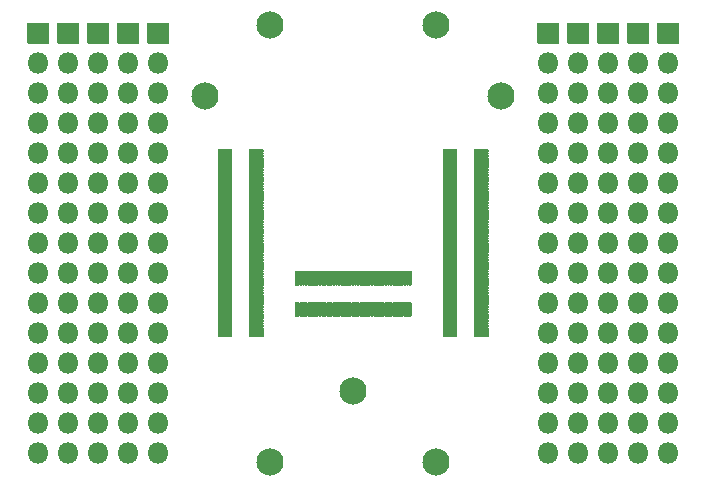
<source format=gbr>
G04 #@! TF.GenerationSoftware,KiCad,Pcbnew,5.1.7-a382d34a8~87~ubuntu18.04.1*
G04 #@! TF.CreationDate,2020-10-22T16:54:02+03:00*
G04 #@! TF.ProjectId,FreeSmart157AAC_29mm_devboard_5r_smd,46726565-536d-4617-9274-313537414143,rev?*
G04 #@! TF.SameCoordinates,Original*
G04 #@! TF.FileFunction,Soldermask,Top*
G04 #@! TF.FilePolarity,Negative*
%FSLAX46Y46*%
G04 Gerber Fmt 4.6, Leading zero omitted, Abs format (unit mm)*
G04 Created by KiCad (PCBNEW 5.1.7-a382d34a8~87~ubuntu18.04.1) date 2020-10-22 16:54:02*
%MOMM*%
%LPD*%
G01*
G04 APERTURE LIST*
%ADD10C,2.302000*%
%ADD11O,1.802000X1.802000*%
%ADD12C,0.100000*%
G04 APERTURE END LIST*
D10*
X7000000Y-18500000D03*
X-7000000Y-18500000D03*
X7000000Y18500000D03*
X-7000000Y18500000D03*
D11*
X26670000Y-17780000D03*
X26670000Y-15240000D03*
X26670000Y-12700000D03*
X26670000Y-10160000D03*
X26670000Y-7620000D03*
X26670000Y-5080000D03*
X26670000Y-2540000D03*
X26670000Y0D03*
X26670000Y2540000D03*
X26670000Y5080000D03*
X26670000Y7620000D03*
X26670000Y10160000D03*
X26670000Y12700000D03*
X26670000Y15240000D03*
G36*
G01*
X27571000Y18630000D02*
X27571000Y16930000D01*
G75*
G02*
X27520000Y16879000I-51000J0D01*
G01*
X25820000Y16879000D01*
G75*
G02*
X25769000Y16930000I0J51000D01*
G01*
X25769000Y18630000D01*
G75*
G02*
X25820000Y18681000I51000J0D01*
G01*
X27520000Y18681000D01*
G75*
G02*
X27571000Y18630000I0J-51000D01*
G01*
G37*
X24130000Y-17780000D03*
X24130000Y-15240000D03*
X24130000Y-12700000D03*
X24130000Y-10160000D03*
X24130000Y-7620000D03*
X24130000Y-5080000D03*
X24130000Y-2540000D03*
X24130000Y0D03*
X24130000Y2540000D03*
X24130000Y5080000D03*
X24130000Y7620000D03*
X24130000Y10160000D03*
X24130000Y12700000D03*
X24130000Y15240000D03*
G36*
G01*
X25031000Y18630000D02*
X25031000Y16930000D01*
G75*
G02*
X24980000Y16879000I-51000J0D01*
G01*
X23280000Y16879000D01*
G75*
G02*
X23229000Y16930000I0J51000D01*
G01*
X23229000Y18630000D01*
G75*
G02*
X23280000Y18681000I51000J0D01*
G01*
X24980000Y18681000D01*
G75*
G02*
X25031000Y18630000I0J-51000D01*
G01*
G37*
X21590000Y-17780000D03*
X21590000Y-15240000D03*
X21590000Y-12700000D03*
X21590000Y-10160000D03*
X21590000Y-7620000D03*
X21590000Y-5080000D03*
X21590000Y-2540000D03*
X21590000Y0D03*
X21590000Y2540000D03*
X21590000Y5080000D03*
X21590000Y7620000D03*
X21590000Y10160000D03*
X21590000Y12700000D03*
X21590000Y15240000D03*
G36*
G01*
X22491000Y18630000D02*
X22491000Y16930000D01*
G75*
G02*
X22440000Y16879000I-51000J0D01*
G01*
X20740000Y16879000D01*
G75*
G02*
X20689000Y16930000I0J51000D01*
G01*
X20689000Y18630000D01*
G75*
G02*
X20740000Y18681000I51000J0D01*
G01*
X22440000Y18681000D01*
G75*
G02*
X22491000Y18630000I0J-51000D01*
G01*
G37*
X19050000Y-17780000D03*
X19050000Y-15240000D03*
X19050000Y-12700000D03*
X19050000Y-10160000D03*
X19050000Y-7620000D03*
X19050000Y-5080000D03*
X19050000Y-2540000D03*
X19050000Y0D03*
X19050000Y2540000D03*
X19050000Y5080000D03*
X19050000Y7620000D03*
X19050000Y10160000D03*
X19050000Y12700000D03*
X19050000Y15240000D03*
G36*
G01*
X19951000Y18630000D02*
X19951000Y16930000D01*
G75*
G02*
X19900000Y16879000I-51000J0D01*
G01*
X18200000Y16879000D01*
G75*
G02*
X18149000Y16930000I0J51000D01*
G01*
X18149000Y18630000D01*
G75*
G02*
X18200000Y18681000I51000J0D01*
G01*
X19900000Y18681000D01*
G75*
G02*
X19951000Y18630000I0J-51000D01*
G01*
G37*
G36*
G01*
X4649000Y-3530000D02*
X4649000Y-2390000D01*
G75*
G02*
X4700000Y-2339000I51000J0D01*
G01*
X4900000Y-2339000D01*
G75*
G02*
X4951000Y-2390000I0J-51000D01*
G01*
X4951000Y-3530000D01*
G75*
G02*
X4900000Y-3581000I-51000J0D01*
G01*
X4700000Y-3581000D01*
G75*
G02*
X4649000Y-3530000I0J51000D01*
G01*
G37*
G36*
G01*
X4649000Y-6170000D02*
X4649000Y-5030000D01*
G75*
G02*
X4700000Y-4979000I51000J0D01*
G01*
X4900000Y-4979000D01*
G75*
G02*
X4951000Y-5030000I0J-51000D01*
G01*
X4951000Y-6170000D01*
G75*
G02*
X4900000Y-6221000I-51000J0D01*
G01*
X4700000Y-6221000D01*
G75*
G02*
X4649000Y-6170000I0J51000D01*
G01*
G37*
G36*
G01*
X4249000Y-3530000D02*
X4249000Y-2390000D01*
G75*
G02*
X4300000Y-2339000I51000J0D01*
G01*
X4500000Y-2339000D01*
G75*
G02*
X4551000Y-2390000I0J-51000D01*
G01*
X4551000Y-3530000D01*
G75*
G02*
X4500000Y-3581000I-51000J0D01*
G01*
X4300000Y-3581000D01*
G75*
G02*
X4249000Y-3530000I0J51000D01*
G01*
G37*
G36*
G01*
X4249000Y-6170000D02*
X4249000Y-5030000D01*
G75*
G02*
X4300000Y-4979000I51000J0D01*
G01*
X4500000Y-4979000D01*
G75*
G02*
X4551000Y-5030000I0J-51000D01*
G01*
X4551000Y-6170000D01*
G75*
G02*
X4500000Y-6221000I-51000J0D01*
G01*
X4300000Y-6221000D01*
G75*
G02*
X4249000Y-6170000I0J51000D01*
G01*
G37*
G36*
G01*
X3849000Y-3530000D02*
X3849000Y-2390000D01*
G75*
G02*
X3900000Y-2339000I51000J0D01*
G01*
X4100000Y-2339000D01*
G75*
G02*
X4151000Y-2390000I0J-51000D01*
G01*
X4151000Y-3530000D01*
G75*
G02*
X4100000Y-3581000I-51000J0D01*
G01*
X3900000Y-3581000D01*
G75*
G02*
X3849000Y-3530000I0J51000D01*
G01*
G37*
G36*
G01*
X3849000Y-6170000D02*
X3849000Y-5030000D01*
G75*
G02*
X3900000Y-4979000I51000J0D01*
G01*
X4100000Y-4979000D01*
G75*
G02*
X4151000Y-5030000I0J-51000D01*
G01*
X4151000Y-6170000D01*
G75*
G02*
X4100000Y-6221000I-51000J0D01*
G01*
X3900000Y-6221000D01*
G75*
G02*
X3849000Y-6170000I0J51000D01*
G01*
G37*
G36*
G01*
X3449000Y-3530000D02*
X3449000Y-2390000D01*
G75*
G02*
X3500000Y-2339000I51000J0D01*
G01*
X3700000Y-2339000D01*
G75*
G02*
X3751000Y-2390000I0J-51000D01*
G01*
X3751000Y-3530000D01*
G75*
G02*
X3700000Y-3581000I-51000J0D01*
G01*
X3500000Y-3581000D01*
G75*
G02*
X3449000Y-3530000I0J51000D01*
G01*
G37*
G36*
G01*
X3449000Y-6170000D02*
X3449000Y-5030000D01*
G75*
G02*
X3500000Y-4979000I51000J0D01*
G01*
X3700000Y-4979000D01*
G75*
G02*
X3751000Y-5030000I0J-51000D01*
G01*
X3751000Y-6170000D01*
G75*
G02*
X3700000Y-6221000I-51000J0D01*
G01*
X3500000Y-6221000D01*
G75*
G02*
X3449000Y-6170000I0J51000D01*
G01*
G37*
G36*
G01*
X3049000Y-3530000D02*
X3049000Y-2390000D01*
G75*
G02*
X3100000Y-2339000I51000J0D01*
G01*
X3300000Y-2339000D01*
G75*
G02*
X3351000Y-2390000I0J-51000D01*
G01*
X3351000Y-3530000D01*
G75*
G02*
X3300000Y-3581000I-51000J0D01*
G01*
X3100000Y-3581000D01*
G75*
G02*
X3049000Y-3530000I0J51000D01*
G01*
G37*
G36*
G01*
X3049000Y-6170000D02*
X3049000Y-5030000D01*
G75*
G02*
X3100000Y-4979000I51000J0D01*
G01*
X3300000Y-4979000D01*
G75*
G02*
X3351000Y-5030000I0J-51000D01*
G01*
X3351000Y-6170000D01*
G75*
G02*
X3300000Y-6221000I-51000J0D01*
G01*
X3100000Y-6221000D01*
G75*
G02*
X3049000Y-6170000I0J51000D01*
G01*
G37*
G36*
G01*
X2649000Y-3530000D02*
X2649000Y-2390000D01*
G75*
G02*
X2700000Y-2339000I51000J0D01*
G01*
X2900000Y-2339000D01*
G75*
G02*
X2951000Y-2390000I0J-51000D01*
G01*
X2951000Y-3530000D01*
G75*
G02*
X2900000Y-3581000I-51000J0D01*
G01*
X2700000Y-3581000D01*
G75*
G02*
X2649000Y-3530000I0J51000D01*
G01*
G37*
G36*
G01*
X2649000Y-6170000D02*
X2649000Y-5030000D01*
G75*
G02*
X2700000Y-4979000I51000J0D01*
G01*
X2900000Y-4979000D01*
G75*
G02*
X2951000Y-5030000I0J-51000D01*
G01*
X2951000Y-6170000D01*
G75*
G02*
X2900000Y-6221000I-51000J0D01*
G01*
X2700000Y-6221000D01*
G75*
G02*
X2649000Y-6170000I0J51000D01*
G01*
G37*
G36*
G01*
X2249000Y-3530000D02*
X2249000Y-2390000D01*
G75*
G02*
X2300000Y-2339000I51000J0D01*
G01*
X2500000Y-2339000D01*
G75*
G02*
X2551000Y-2390000I0J-51000D01*
G01*
X2551000Y-3530000D01*
G75*
G02*
X2500000Y-3581000I-51000J0D01*
G01*
X2300000Y-3581000D01*
G75*
G02*
X2249000Y-3530000I0J51000D01*
G01*
G37*
G36*
G01*
X2249000Y-6170000D02*
X2249000Y-5030000D01*
G75*
G02*
X2300000Y-4979000I51000J0D01*
G01*
X2500000Y-4979000D01*
G75*
G02*
X2551000Y-5030000I0J-51000D01*
G01*
X2551000Y-6170000D01*
G75*
G02*
X2500000Y-6221000I-51000J0D01*
G01*
X2300000Y-6221000D01*
G75*
G02*
X2249000Y-6170000I0J51000D01*
G01*
G37*
G36*
G01*
X1849000Y-3530000D02*
X1849000Y-2390000D01*
G75*
G02*
X1900000Y-2339000I51000J0D01*
G01*
X2100000Y-2339000D01*
G75*
G02*
X2151000Y-2390000I0J-51000D01*
G01*
X2151000Y-3530000D01*
G75*
G02*
X2100000Y-3581000I-51000J0D01*
G01*
X1900000Y-3581000D01*
G75*
G02*
X1849000Y-3530000I0J51000D01*
G01*
G37*
G36*
G01*
X1849000Y-6170000D02*
X1849000Y-5030000D01*
G75*
G02*
X1900000Y-4979000I51000J0D01*
G01*
X2100000Y-4979000D01*
G75*
G02*
X2151000Y-5030000I0J-51000D01*
G01*
X2151000Y-6170000D01*
G75*
G02*
X2100000Y-6221000I-51000J0D01*
G01*
X1900000Y-6221000D01*
G75*
G02*
X1849000Y-6170000I0J51000D01*
G01*
G37*
G36*
G01*
X1449000Y-3530000D02*
X1449000Y-2390000D01*
G75*
G02*
X1500000Y-2339000I51000J0D01*
G01*
X1700000Y-2339000D01*
G75*
G02*
X1751000Y-2390000I0J-51000D01*
G01*
X1751000Y-3530000D01*
G75*
G02*
X1700000Y-3581000I-51000J0D01*
G01*
X1500000Y-3581000D01*
G75*
G02*
X1449000Y-3530000I0J51000D01*
G01*
G37*
G36*
G01*
X1449000Y-6170000D02*
X1449000Y-5030000D01*
G75*
G02*
X1500000Y-4979000I51000J0D01*
G01*
X1700000Y-4979000D01*
G75*
G02*
X1751000Y-5030000I0J-51000D01*
G01*
X1751000Y-6170000D01*
G75*
G02*
X1700000Y-6221000I-51000J0D01*
G01*
X1500000Y-6221000D01*
G75*
G02*
X1449000Y-6170000I0J51000D01*
G01*
G37*
G36*
G01*
X1049000Y-3530000D02*
X1049000Y-2390000D01*
G75*
G02*
X1100000Y-2339000I51000J0D01*
G01*
X1300000Y-2339000D01*
G75*
G02*
X1351000Y-2390000I0J-51000D01*
G01*
X1351000Y-3530000D01*
G75*
G02*
X1300000Y-3581000I-51000J0D01*
G01*
X1100000Y-3581000D01*
G75*
G02*
X1049000Y-3530000I0J51000D01*
G01*
G37*
G36*
G01*
X1049000Y-6170000D02*
X1049000Y-5030000D01*
G75*
G02*
X1100000Y-4979000I51000J0D01*
G01*
X1300000Y-4979000D01*
G75*
G02*
X1351000Y-5030000I0J-51000D01*
G01*
X1351000Y-6170000D01*
G75*
G02*
X1300000Y-6221000I-51000J0D01*
G01*
X1100000Y-6221000D01*
G75*
G02*
X1049000Y-6170000I0J51000D01*
G01*
G37*
G36*
G01*
X649000Y-3530000D02*
X649000Y-2390000D01*
G75*
G02*
X700000Y-2339000I51000J0D01*
G01*
X900000Y-2339000D01*
G75*
G02*
X951000Y-2390000I0J-51000D01*
G01*
X951000Y-3530000D01*
G75*
G02*
X900000Y-3581000I-51000J0D01*
G01*
X700000Y-3581000D01*
G75*
G02*
X649000Y-3530000I0J51000D01*
G01*
G37*
G36*
G01*
X649000Y-6170000D02*
X649000Y-5030000D01*
G75*
G02*
X700000Y-4979000I51000J0D01*
G01*
X900000Y-4979000D01*
G75*
G02*
X951000Y-5030000I0J-51000D01*
G01*
X951000Y-6170000D01*
G75*
G02*
X900000Y-6221000I-51000J0D01*
G01*
X700000Y-6221000D01*
G75*
G02*
X649000Y-6170000I0J51000D01*
G01*
G37*
G36*
G01*
X249000Y-3530000D02*
X249000Y-2390000D01*
G75*
G02*
X300000Y-2339000I51000J0D01*
G01*
X500000Y-2339000D01*
G75*
G02*
X551000Y-2390000I0J-51000D01*
G01*
X551000Y-3530000D01*
G75*
G02*
X500000Y-3581000I-51000J0D01*
G01*
X300000Y-3581000D01*
G75*
G02*
X249000Y-3530000I0J51000D01*
G01*
G37*
G36*
G01*
X249000Y-6170000D02*
X249000Y-5030000D01*
G75*
G02*
X300000Y-4979000I51000J0D01*
G01*
X500000Y-4979000D01*
G75*
G02*
X551000Y-5030000I0J-51000D01*
G01*
X551000Y-6170000D01*
G75*
G02*
X500000Y-6221000I-51000J0D01*
G01*
X300000Y-6221000D01*
G75*
G02*
X249000Y-6170000I0J51000D01*
G01*
G37*
G36*
G01*
X-151000Y-3530000D02*
X-151000Y-2390000D01*
G75*
G02*
X-100000Y-2339000I51000J0D01*
G01*
X100000Y-2339000D01*
G75*
G02*
X151000Y-2390000I0J-51000D01*
G01*
X151000Y-3530000D01*
G75*
G02*
X100000Y-3581000I-51000J0D01*
G01*
X-100000Y-3581000D01*
G75*
G02*
X-151000Y-3530000I0J51000D01*
G01*
G37*
G36*
G01*
X-151000Y-6170000D02*
X-151000Y-5030000D01*
G75*
G02*
X-100000Y-4979000I51000J0D01*
G01*
X100000Y-4979000D01*
G75*
G02*
X151000Y-5030000I0J-51000D01*
G01*
X151000Y-6170000D01*
G75*
G02*
X100000Y-6221000I-51000J0D01*
G01*
X-100000Y-6221000D01*
G75*
G02*
X-151000Y-6170000I0J51000D01*
G01*
G37*
G36*
G01*
X-551000Y-3530000D02*
X-551000Y-2390000D01*
G75*
G02*
X-500000Y-2339000I51000J0D01*
G01*
X-300000Y-2339000D01*
G75*
G02*
X-249000Y-2390000I0J-51000D01*
G01*
X-249000Y-3530000D01*
G75*
G02*
X-300000Y-3581000I-51000J0D01*
G01*
X-500000Y-3581000D01*
G75*
G02*
X-551000Y-3530000I0J51000D01*
G01*
G37*
G36*
G01*
X-551000Y-6170000D02*
X-551000Y-5030000D01*
G75*
G02*
X-500000Y-4979000I51000J0D01*
G01*
X-300000Y-4979000D01*
G75*
G02*
X-249000Y-5030000I0J-51000D01*
G01*
X-249000Y-6170000D01*
G75*
G02*
X-300000Y-6221000I-51000J0D01*
G01*
X-500000Y-6221000D01*
G75*
G02*
X-551000Y-6170000I0J51000D01*
G01*
G37*
G36*
G01*
X-951000Y-3530000D02*
X-951000Y-2390000D01*
G75*
G02*
X-900000Y-2339000I51000J0D01*
G01*
X-700000Y-2339000D01*
G75*
G02*
X-649000Y-2390000I0J-51000D01*
G01*
X-649000Y-3530000D01*
G75*
G02*
X-700000Y-3581000I-51000J0D01*
G01*
X-900000Y-3581000D01*
G75*
G02*
X-951000Y-3530000I0J51000D01*
G01*
G37*
G36*
G01*
X-951000Y-6170000D02*
X-951000Y-5030000D01*
G75*
G02*
X-900000Y-4979000I51000J0D01*
G01*
X-700000Y-4979000D01*
G75*
G02*
X-649000Y-5030000I0J-51000D01*
G01*
X-649000Y-6170000D01*
G75*
G02*
X-700000Y-6221000I-51000J0D01*
G01*
X-900000Y-6221000D01*
G75*
G02*
X-951000Y-6170000I0J51000D01*
G01*
G37*
G36*
G01*
X-1351000Y-3530000D02*
X-1351000Y-2390000D01*
G75*
G02*
X-1300000Y-2339000I51000J0D01*
G01*
X-1100000Y-2339000D01*
G75*
G02*
X-1049000Y-2390000I0J-51000D01*
G01*
X-1049000Y-3530000D01*
G75*
G02*
X-1100000Y-3581000I-51000J0D01*
G01*
X-1300000Y-3581000D01*
G75*
G02*
X-1351000Y-3530000I0J51000D01*
G01*
G37*
G36*
G01*
X-1351000Y-6170000D02*
X-1351000Y-5030000D01*
G75*
G02*
X-1300000Y-4979000I51000J0D01*
G01*
X-1100000Y-4979000D01*
G75*
G02*
X-1049000Y-5030000I0J-51000D01*
G01*
X-1049000Y-6170000D01*
G75*
G02*
X-1100000Y-6221000I-51000J0D01*
G01*
X-1300000Y-6221000D01*
G75*
G02*
X-1351000Y-6170000I0J51000D01*
G01*
G37*
G36*
G01*
X-1751000Y-3530000D02*
X-1751000Y-2390000D01*
G75*
G02*
X-1700000Y-2339000I51000J0D01*
G01*
X-1500000Y-2339000D01*
G75*
G02*
X-1449000Y-2390000I0J-51000D01*
G01*
X-1449000Y-3530000D01*
G75*
G02*
X-1500000Y-3581000I-51000J0D01*
G01*
X-1700000Y-3581000D01*
G75*
G02*
X-1751000Y-3530000I0J51000D01*
G01*
G37*
G36*
G01*
X-1751000Y-6170000D02*
X-1751000Y-5030000D01*
G75*
G02*
X-1700000Y-4979000I51000J0D01*
G01*
X-1500000Y-4979000D01*
G75*
G02*
X-1449000Y-5030000I0J-51000D01*
G01*
X-1449000Y-6170000D01*
G75*
G02*
X-1500000Y-6221000I-51000J0D01*
G01*
X-1700000Y-6221000D01*
G75*
G02*
X-1751000Y-6170000I0J51000D01*
G01*
G37*
G36*
G01*
X-2151000Y-3530000D02*
X-2151000Y-2390000D01*
G75*
G02*
X-2100000Y-2339000I51000J0D01*
G01*
X-1900000Y-2339000D01*
G75*
G02*
X-1849000Y-2390000I0J-51000D01*
G01*
X-1849000Y-3530000D01*
G75*
G02*
X-1900000Y-3581000I-51000J0D01*
G01*
X-2100000Y-3581000D01*
G75*
G02*
X-2151000Y-3530000I0J51000D01*
G01*
G37*
G36*
G01*
X-2151000Y-6170000D02*
X-2151000Y-5030000D01*
G75*
G02*
X-2100000Y-4979000I51000J0D01*
G01*
X-1900000Y-4979000D01*
G75*
G02*
X-1849000Y-5030000I0J-51000D01*
G01*
X-1849000Y-6170000D01*
G75*
G02*
X-1900000Y-6221000I-51000J0D01*
G01*
X-2100000Y-6221000D01*
G75*
G02*
X-2151000Y-6170000I0J51000D01*
G01*
G37*
G36*
G01*
X-2551000Y-3530000D02*
X-2551000Y-2390000D01*
G75*
G02*
X-2500000Y-2339000I51000J0D01*
G01*
X-2300000Y-2339000D01*
G75*
G02*
X-2249000Y-2390000I0J-51000D01*
G01*
X-2249000Y-3530000D01*
G75*
G02*
X-2300000Y-3581000I-51000J0D01*
G01*
X-2500000Y-3581000D01*
G75*
G02*
X-2551000Y-3530000I0J51000D01*
G01*
G37*
G36*
G01*
X-2551000Y-6170000D02*
X-2551000Y-5030000D01*
G75*
G02*
X-2500000Y-4979000I51000J0D01*
G01*
X-2300000Y-4979000D01*
G75*
G02*
X-2249000Y-5030000I0J-51000D01*
G01*
X-2249000Y-6170000D01*
G75*
G02*
X-2300000Y-6221000I-51000J0D01*
G01*
X-2500000Y-6221000D01*
G75*
G02*
X-2551000Y-6170000I0J51000D01*
G01*
G37*
G36*
G01*
X-2951000Y-3530000D02*
X-2951000Y-2390000D01*
G75*
G02*
X-2900000Y-2339000I51000J0D01*
G01*
X-2700000Y-2339000D01*
G75*
G02*
X-2649000Y-2390000I0J-51000D01*
G01*
X-2649000Y-3530000D01*
G75*
G02*
X-2700000Y-3581000I-51000J0D01*
G01*
X-2900000Y-3581000D01*
G75*
G02*
X-2951000Y-3530000I0J51000D01*
G01*
G37*
G36*
G01*
X-2951000Y-6170000D02*
X-2951000Y-5030000D01*
G75*
G02*
X-2900000Y-4979000I51000J0D01*
G01*
X-2700000Y-4979000D01*
G75*
G02*
X-2649000Y-5030000I0J-51000D01*
G01*
X-2649000Y-6170000D01*
G75*
G02*
X-2700000Y-6221000I-51000J0D01*
G01*
X-2900000Y-6221000D01*
G75*
G02*
X-2951000Y-6170000I0J51000D01*
G01*
G37*
G36*
G01*
X-3351000Y-3530000D02*
X-3351000Y-2390000D01*
G75*
G02*
X-3300000Y-2339000I51000J0D01*
G01*
X-3100000Y-2339000D01*
G75*
G02*
X-3049000Y-2390000I0J-51000D01*
G01*
X-3049000Y-3530000D01*
G75*
G02*
X-3100000Y-3581000I-51000J0D01*
G01*
X-3300000Y-3581000D01*
G75*
G02*
X-3351000Y-3530000I0J51000D01*
G01*
G37*
G36*
G01*
X-3351000Y-6170000D02*
X-3351000Y-5030000D01*
G75*
G02*
X-3300000Y-4979000I51000J0D01*
G01*
X-3100000Y-4979000D01*
G75*
G02*
X-3049000Y-5030000I0J-51000D01*
G01*
X-3049000Y-6170000D01*
G75*
G02*
X-3100000Y-6221000I-51000J0D01*
G01*
X-3300000Y-6221000D01*
G75*
G02*
X-3351000Y-6170000I0J51000D01*
G01*
G37*
G36*
G01*
X-3751000Y-3530000D02*
X-3751000Y-2390000D01*
G75*
G02*
X-3700000Y-2339000I51000J0D01*
G01*
X-3500000Y-2339000D01*
G75*
G02*
X-3449000Y-2390000I0J-51000D01*
G01*
X-3449000Y-3530000D01*
G75*
G02*
X-3500000Y-3581000I-51000J0D01*
G01*
X-3700000Y-3581000D01*
G75*
G02*
X-3751000Y-3530000I0J51000D01*
G01*
G37*
G36*
G01*
X-3751000Y-6170000D02*
X-3751000Y-5030000D01*
G75*
G02*
X-3700000Y-4979000I51000J0D01*
G01*
X-3500000Y-4979000D01*
G75*
G02*
X-3449000Y-5030000I0J-51000D01*
G01*
X-3449000Y-6170000D01*
G75*
G02*
X-3500000Y-6221000I-51000J0D01*
G01*
X-3700000Y-6221000D01*
G75*
G02*
X-3751000Y-6170000I0J51000D01*
G01*
G37*
G36*
G01*
X-4151000Y-3530000D02*
X-4151000Y-2390000D01*
G75*
G02*
X-4100000Y-2339000I51000J0D01*
G01*
X-3900000Y-2339000D01*
G75*
G02*
X-3849000Y-2390000I0J-51000D01*
G01*
X-3849000Y-3530000D01*
G75*
G02*
X-3900000Y-3581000I-51000J0D01*
G01*
X-4100000Y-3581000D01*
G75*
G02*
X-4151000Y-3530000I0J51000D01*
G01*
G37*
G36*
G01*
X-4151000Y-6170000D02*
X-4151000Y-5030000D01*
G75*
G02*
X-4100000Y-4979000I51000J0D01*
G01*
X-3900000Y-4979000D01*
G75*
G02*
X-3849000Y-5030000I0J-51000D01*
G01*
X-3849000Y-6170000D01*
G75*
G02*
X-3900000Y-6221000I-51000J0D01*
G01*
X-4100000Y-6221000D01*
G75*
G02*
X-4151000Y-6170000I0J51000D01*
G01*
G37*
G36*
G01*
X-4551000Y-3530000D02*
X-4551000Y-2390000D01*
G75*
G02*
X-4500000Y-2339000I51000J0D01*
G01*
X-4300000Y-2339000D01*
G75*
G02*
X-4249000Y-2390000I0J-51000D01*
G01*
X-4249000Y-3530000D01*
G75*
G02*
X-4300000Y-3581000I-51000J0D01*
G01*
X-4500000Y-3581000D01*
G75*
G02*
X-4551000Y-3530000I0J51000D01*
G01*
G37*
G36*
G01*
X-4551000Y-6170000D02*
X-4551000Y-5030000D01*
G75*
G02*
X-4500000Y-4979000I51000J0D01*
G01*
X-4300000Y-4979000D01*
G75*
G02*
X-4249000Y-5030000I0J-51000D01*
G01*
X-4249000Y-6170000D01*
G75*
G02*
X-4300000Y-6221000I-51000J0D01*
G01*
X-4500000Y-6221000D01*
G75*
G02*
X-4551000Y-6170000I0J51000D01*
G01*
G37*
G36*
G01*
X-4951000Y-3530000D02*
X-4951000Y-2390000D01*
G75*
G02*
X-4900000Y-2339000I51000J0D01*
G01*
X-4700000Y-2339000D01*
G75*
G02*
X-4649000Y-2390000I0J-51000D01*
G01*
X-4649000Y-3530000D01*
G75*
G02*
X-4700000Y-3581000I-51000J0D01*
G01*
X-4900000Y-3581000D01*
G75*
G02*
X-4951000Y-3530000I0J51000D01*
G01*
G37*
G36*
G01*
X-4951000Y-6170000D02*
X-4951000Y-5030000D01*
G75*
G02*
X-4900000Y-4979000I51000J0D01*
G01*
X-4700000Y-4979000D01*
G75*
G02*
X-4649000Y-5030000I0J-51000D01*
G01*
X-4649000Y-6170000D01*
G75*
G02*
X-4700000Y-6221000I-51000J0D01*
G01*
X-4900000Y-6221000D01*
G75*
G02*
X-4951000Y-6170000I0J51000D01*
G01*
G37*
X16510000Y-17780000D03*
X16510000Y-15240000D03*
X16510000Y-12700000D03*
X16510000Y-10160000D03*
X16510000Y-7620000D03*
X16510000Y-5080000D03*
X16510000Y-2540000D03*
X16510000Y0D03*
X16510000Y2540000D03*
X16510000Y5080000D03*
X16510000Y7620000D03*
X16510000Y10160000D03*
X16510000Y12700000D03*
X16510000Y15240000D03*
G36*
G01*
X17411000Y18630000D02*
X17411000Y16930000D01*
G75*
G02*
X17360000Y16879000I-51000J0D01*
G01*
X15660000Y16879000D01*
G75*
G02*
X15609000Y16930000I0J51000D01*
G01*
X15609000Y18630000D01*
G75*
G02*
X15660000Y18681000I51000J0D01*
G01*
X17360000Y18681000D01*
G75*
G02*
X17411000Y18630000I0J-51000D01*
G01*
G37*
G36*
G01*
X8775000Y7649000D02*
X7635000Y7649000D01*
G75*
G02*
X7584000Y7700000I0J51000D01*
G01*
X7584000Y7900000D01*
G75*
G02*
X7635000Y7951000I51000J0D01*
G01*
X8775000Y7951000D01*
G75*
G02*
X8826000Y7900000I0J-51000D01*
G01*
X8826000Y7700000D01*
G75*
G02*
X8775000Y7649000I-51000J0D01*
G01*
G37*
G36*
G01*
X11415000Y7649000D02*
X10275000Y7649000D01*
G75*
G02*
X10224000Y7700000I0J51000D01*
G01*
X10224000Y7900000D01*
G75*
G02*
X10275000Y7951000I51000J0D01*
G01*
X11415000Y7951000D01*
G75*
G02*
X11466000Y7900000I0J-51000D01*
G01*
X11466000Y7700000D01*
G75*
G02*
X11415000Y7649000I-51000J0D01*
G01*
G37*
G36*
G01*
X8775000Y7249000D02*
X7635000Y7249000D01*
G75*
G02*
X7584000Y7300000I0J51000D01*
G01*
X7584000Y7500000D01*
G75*
G02*
X7635000Y7551000I51000J0D01*
G01*
X8775000Y7551000D01*
G75*
G02*
X8826000Y7500000I0J-51000D01*
G01*
X8826000Y7300000D01*
G75*
G02*
X8775000Y7249000I-51000J0D01*
G01*
G37*
G36*
G01*
X11415000Y7249000D02*
X10275000Y7249000D01*
G75*
G02*
X10224000Y7300000I0J51000D01*
G01*
X10224000Y7500000D01*
G75*
G02*
X10275000Y7551000I51000J0D01*
G01*
X11415000Y7551000D01*
G75*
G02*
X11466000Y7500000I0J-51000D01*
G01*
X11466000Y7300000D01*
G75*
G02*
X11415000Y7249000I-51000J0D01*
G01*
G37*
G36*
G01*
X8775000Y6849000D02*
X7635000Y6849000D01*
G75*
G02*
X7584000Y6900000I0J51000D01*
G01*
X7584000Y7100000D01*
G75*
G02*
X7635000Y7151000I51000J0D01*
G01*
X8775000Y7151000D01*
G75*
G02*
X8826000Y7100000I0J-51000D01*
G01*
X8826000Y6900000D01*
G75*
G02*
X8775000Y6849000I-51000J0D01*
G01*
G37*
G36*
G01*
X11415000Y6849000D02*
X10275000Y6849000D01*
G75*
G02*
X10224000Y6900000I0J51000D01*
G01*
X10224000Y7100000D01*
G75*
G02*
X10275000Y7151000I51000J0D01*
G01*
X11415000Y7151000D01*
G75*
G02*
X11466000Y7100000I0J-51000D01*
G01*
X11466000Y6900000D01*
G75*
G02*
X11415000Y6849000I-51000J0D01*
G01*
G37*
G36*
G01*
X8775000Y6449000D02*
X7635000Y6449000D01*
G75*
G02*
X7584000Y6500000I0J51000D01*
G01*
X7584000Y6700000D01*
G75*
G02*
X7635000Y6751000I51000J0D01*
G01*
X8775000Y6751000D01*
G75*
G02*
X8826000Y6700000I0J-51000D01*
G01*
X8826000Y6500000D01*
G75*
G02*
X8775000Y6449000I-51000J0D01*
G01*
G37*
G36*
G01*
X11415000Y6449000D02*
X10275000Y6449000D01*
G75*
G02*
X10224000Y6500000I0J51000D01*
G01*
X10224000Y6700000D01*
G75*
G02*
X10275000Y6751000I51000J0D01*
G01*
X11415000Y6751000D01*
G75*
G02*
X11466000Y6700000I0J-51000D01*
G01*
X11466000Y6500000D01*
G75*
G02*
X11415000Y6449000I-51000J0D01*
G01*
G37*
G36*
G01*
X8775000Y6049000D02*
X7635000Y6049000D01*
G75*
G02*
X7584000Y6100000I0J51000D01*
G01*
X7584000Y6300000D01*
G75*
G02*
X7635000Y6351000I51000J0D01*
G01*
X8775000Y6351000D01*
G75*
G02*
X8826000Y6300000I0J-51000D01*
G01*
X8826000Y6100000D01*
G75*
G02*
X8775000Y6049000I-51000J0D01*
G01*
G37*
G36*
G01*
X11415000Y6049000D02*
X10275000Y6049000D01*
G75*
G02*
X10224000Y6100000I0J51000D01*
G01*
X10224000Y6300000D01*
G75*
G02*
X10275000Y6351000I51000J0D01*
G01*
X11415000Y6351000D01*
G75*
G02*
X11466000Y6300000I0J-51000D01*
G01*
X11466000Y6100000D01*
G75*
G02*
X11415000Y6049000I-51000J0D01*
G01*
G37*
G36*
G01*
X8775000Y5649000D02*
X7635000Y5649000D01*
G75*
G02*
X7584000Y5700000I0J51000D01*
G01*
X7584000Y5900000D01*
G75*
G02*
X7635000Y5951000I51000J0D01*
G01*
X8775000Y5951000D01*
G75*
G02*
X8826000Y5900000I0J-51000D01*
G01*
X8826000Y5700000D01*
G75*
G02*
X8775000Y5649000I-51000J0D01*
G01*
G37*
G36*
G01*
X11415000Y5649000D02*
X10275000Y5649000D01*
G75*
G02*
X10224000Y5700000I0J51000D01*
G01*
X10224000Y5900000D01*
G75*
G02*
X10275000Y5951000I51000J0D01*
G01*
X11415000Y5951000D01*
G75*
G02*
X11466000Y5900000I0J-51000D01*
G01*
X11466000Y5700000D01*
G75*
G02*
X11415000Y5649000I-51000J0D01*
G01*
G37*
G36*
G01*
X8775000Y5249000D02*
X7635000Y5249000D01*
G75*
G02*
X7584000Y5300000I0J51000D01*
G01*
X7584000Y5500000D01*
G75*
G02*
X7635000Y5551000I51000J0D01*
G01*
X8775000Y5551000D01*
G75*
G02*
X8826000Y5500000I0J-51000D01*
G01*
X8826000Y5300000D01*
G75*
G02*
X8775000Y5249000I-51000J0D01*
G01*
G37*
G36*
G01*
X11415000Y5249000D02*
X10275000Y5249000D01*
G75*
G02*
X10224000Y5300000I0J51000D01*
G01*
X10224000Y5500000D01*
G75*
G02*
X10275000Y5551000I51000J0D01*
G01*
X11415000Y5551000D01*
G75*
G02*
X11466000Y5500000I0J-51000D01*
G01*
X11466000Y5300000D01*
G75*
G02*
X11415000Y5249000I-51000J0D01*
G01*
G37*
G36*
G01*
X8775000Y4849000D02*
X7635000Y4849000D01*
G75*
G02*
X7584000Y4900000I0J51000D01*
G01*
X7584000Y5100000D01*
G75*
G02*
X7635000Y5151000I51000J0D01*
G01*
X8775000Y5151000D01*
G75*
G02*
X8826000Y5100000I0J-51000D01*
G01*
X8826000Y4900000D01*
G75*
G02*
X8775000Y4849000I-51000J0D01*
G01*
G37*
G36*
G01*
X11415000Y4849000D02*
X10275000Y4849000D01*
G75*
G02*
X10224000Y4900000I0J51000D01*
G01*
X10224000Y5100000D01*
G75*
G02*
X10275000Y5151000I51000J0D01*
G01*
X11415000Y5151000D01*
G75*
G02*
X11466000Y5100000I0J-51000D01*
G01*
X11466000Y4900000D01*
G75*
G02*
X11415000Y4849000I-51000J0D01*
G01*
G37*
G36*
G01*
X8775000Y4449000D02*
X7635000Y4449000D01*
G75*
G02*
X7584000Y4500000I0J51000D01*
G01*
X7584000Y4700000D01*
G75*
G02*
X7635000Y4751000I51000J0D01*
G01*
X8775000Y4751000D01*
G75*
G02*
X8826000Y4700000I0J-51000D01*
G01*
X8826000Y4500000D01*
G75*
G02*
X8775000Y4449000I-51000J0D01*
G01*
G37*
G36*
G01*
X11415000Y4449000D02*
X10275000Y4449000D01*
G75*
G02*
X10224000Y4500000I0J51000D01*
G01*
X10224000Y4700000D01*
G75*
G02*
X10275000Y4751000I51000J0D01*
G01*
X11415000Y4751000D01*
G75*
G02*
X11466000Y4700000I0J-51000D01*
G01*
X11466000Y4500000D01*
G75*
G02*
X11415000Y4449000I-51000J0D01*
G01*
G37*
G36*
G01*
X8775000Y4049000D02*
X7635000Y4049000D01*
G75*
G02*
X7584000Y4100000I0J51000D01*
G01*
X7584000Y4300000D01*
G75*
G02*
X7635000Y4351000I51000J0D01*
G01*
X8775000Y4351000D01*
G75*
G02*
X8826000Y4300000I0J-51000D01*
G01*
X8826000Y4100000D01*
G75*
G02*
X8775000Y4049000I-51000J0D01*
G01*
G37*
G36*
G01*
X11415000Y4049000D02*
X10275000Y4049000D01*
G75*
G02*
X10224000Y4100000I0J51000D01*
G01*
X10224000Y4300000D01*
G75*
G02*
X10275000Y4351000I51000J0D01*
G01*
X11415000Y4351000D01*
G75*
G02*
X11466000Y4300000I0J-51000D01*
G01*
X11466000Y4100000D01*
G75*
G02*
X11415000Y4049000I-51000J0D01*
G01*
G37*
G36*
G01*
X8775000Y3649000D02*
X7635000Y3649000D01*
G75*
G02*
X7584000Y3700000I0J51000D01*
G01*
X7584000Y3900000D01*
G75*
G02*
X7635000Y3951000I51000J0D01*
G01*
X8775000Y3951000D01*
G75*
G02*
X8826000Y3900000I0J-51000D01*
G01*
X8826000Y3700000D01*
G75*
G02*
X8775000Y3649000I-51000J0D01*
G01*
G37*
G36*
G01*
X11415000Y3649000D02*
X10275000Y3649000D01*
G75*
G02*
X10224000Y3700000I0J51000D01*
G01*
X10224000Y3900000D01*
G75*
G02*
X10275000Y3951000I51000J0D01*
G01*
X11415000Y3951000D01*
G75*
G02*
X11466000Y3900000I0J-51000D01*
G01*
X11466000Y3700000D01*
G75*
G02*
X11415000Y3649000I-51000J0D01*
G01*
G37*
G36*
G01*
X8775000Y3249000D02*
X7635000Y3249000D01*
G75*
G02*
X7584000Y3300000I0J51000D01*
G01*
X7584000Y3500000D01*
G75*
G02*
X7635000Y3551000I51000J0D01*
G01*
X8775000Y3551000D01*
G75*
G02*
X8826000Y3500000I0J-51000D01*
G01*
X8826000Y3300000D01*
G75*
G02*
X8775000Y3249000I-51000J0D01*
G01*
G37*
G36*
G01*
X11415000Y3249000D02*
X10275000Y3249000D01*
G75*
G02*
X10224000Y3300000I0J51000D01*
G01*
X10224000Y3500000D01*
G75*
G02*
X10275000Y3551000I51000J0D01*
G01*
X11415000Y3551000D01*
G75*
G02*
X11466000Y3500000I0J-51000D01*
G01*
X11466000Y3300000D01*
G75*
G02*
X11415000Y3249000I-51000J0D01*
G01*
G37*
G36*
G01*
X8775000Y2849000D02*
X7635000Y2849000D01*
G75*
G02*
X7584000Y2900000I0J51000D01*
G01*
X7584000Y3100000D01*
G75*
G02*
X7635000Y3151000I51000J0D01*
G01*
X8775000Y3151000D01*
G75*
G02*
X8826000Y3100000I0J-51000D01*
G01*
X8826000Y2900000D01*
G75*
G02*
X8775000Y2849000I-51000J0D01*
G01*
G37*
G36*
G01*
X11415000Y2849000D02*
X10275000Y2849000D01*
G75*
G02*
X10224000Y2900000I0J51000D01*
G01*
X10224000Y3100000D01*
G75*
G02*
X10275000Y3151000I51000J0D01*
G01*
X11415000Y3151000D01*
G75*
G02*
X11466000Y3100000I0J-51000D01*
G01*
X11466000Y2900000D01*
G75*
G02*
X11415000Y2849000I-51000J0D01*
G01*
G37*
G36*
G01*
X8775000Y2449000D02*
X7635000Y2449000D01*
G75*
G02*
X7584000Y2500000I0J51000D01*
G01*
X7584000Y2700000D01*
G75*
G02*
X7635000Y2751000I51000J0D01*
G01*
X8775000Y2751000D01*
G75*
G02*
X8826000Y2700000I0J-51000D01*
G01*
X8826000Y2500000D01*
G75*
G02*
X8775000Y2449000I-51000J0D01*
G01*
G37*
G36*
G01*
X11415000Y2449000D02*
X10275000Y2449000D01*
G75*
G02*
X10224000Y2500000I0J51000D01*
G01*
X10224000Y2700000D01*
G75*
G02*
X10275000Y2751000I51000J0D01*
G01*
X11415000Y2751000D01*
G75*
G02*
X11466000Y2700000I0J-51000D01*
G01*
X11466000Y2500000D01*
G75*
G02*
X11415000Y2449000I-51000J0D01*
G01*
G37*
G36*
G01*
X8775000Y2049000D02*
X7635000Y2049000D01*
G75*
G02*
X7584000Y2100000I0J51000D01*
G01*
X7584000Y2300000D01*
G75*
G02*
X7635000Y2351000I51000J0D01*
G01*
X8775000Y2351000D01*
G75*
G02*
X8826000Y2300000I0J-51000D01*
G01*
X8826000Y2100000D01*
G75*
G02*
X8775000Y2049000I-51000J0D01*
G01*
G37*
G36*
G01*
X11415000Y2049000D02*
X10275000Y2049000D01*
G75*
G02*
X10224000Y2100000I0J51000D01*
G01*
X10224000Y2300000D01*
G75*
G02*
X10275000Y2351000I51000J0D01*
G01*
X11415000Y2351000D01*
G75*
G02*
X11466000Y2300000I0J-51000D01*
G01*
X11466000Y2100000D01*
G75*
G02*
X11415000Y2049000I-51000J0D01*
G01*
G37*
G36*
G01*
X8775000Y1649000D02*
X7635000Y1649000D01*
G75*
G02*
X7584000Y1700000I0J51000D01*
G01*
X7584000Y1900000D01*
G75*
G02*
X7635000Y1951000I51000J0D01*
G01*
X8775000Y1951000D01*
G75*
G02*
X8826000Y1900000I0J-51000D01*
G01*
X8826000Y1700000D01*
G75*
G02*
X8775000Y1649000I-51000J0D01*
G01*
G37*
G36*
G01*
X11415000Y1649000D02*
X10275000Y1649000D01*
G75*
G02*
X10224000Y1700000I0J51000D01*
G01*
X10224000Y1900000D01*
G75*
G02*
X10275000Y1951000I51000J0D01*
G01*
X11415000Y1951000D01*
G75*
G02*
X11466000Y1900000I0J-51000D01*
G01*
X11466000Y1700000D01*
G75*
G02*
X11415000Y1649000I-51000J0D01*
G01*
G37*
G36*
G01*
X8775000Y1249000D02*
X7635000Y1249000D01*
G75*
G02*
X7584000Y1300000I0J51000D01*
G01*
X7584000Y1500000D01*
G75*
G02*
X7635000Y1551000I51000J0D01*
G01*
X8775000Y1551000D01*
G75*
G02*
X8826000Y1500000I0J-51000D01*
G01*
X8826000Y1300000D01*
G75*
G02*
X8775000Y1249000I-51000J0D01*
G01*
G37*
G36*
G01*
X11415000Y1249000D02*
X10275000Y1249000D01*
G75*
G02*
X10224000Y1300000I0J51000D01*
G01*
X10224000Y1500000D01*
G75*
G02*
X10275000Y1551000I51000J0D01*
G01*
X11415000Y1551000D01*
G75*
G02*
X11466000Y1500000I0J-51000D01*
G01*
X11466000Y1300000D01*
G75*
G02*
X11415000Y1249000I-51000J0D01*
G01*
G37*
G36*
G01*
X8775000Y849000D02*
X7635000Y849000D01*
G75*
G02*
X7584000Y900000I0J51000D01*
G01*
X7584000Y1100000D01*
G75*
G02*
X7635000Y1151000I51000J0D01*
G01*
X8775000Y1151000D01*
G75*
G02*
X8826000Y1100000I0J-51000D01*
G01*
X8826000Y900000D01*
G75*
G02*
X8775000Y849000I-51000J0D01*
G01*
G37*
G36*
G01*
X11415000Y849000D02*
X10275000Y849000D01*
G75*
G02*
X10224000Y900000I0J51000D01*
G01*
X10224000Y1100000D01*
G75*
G02*
X10275000Y1151000I51000J0D01*
G01*
X11415000Y1151000D01*
G75*
G02*
X11466000Y1100000I0J-51000D01*
G01*
X11466000Y900000D01*
G75*
G02*
X11415000Y849000I-51000J0D01*
G01*
G37*
G36*
G01*
X8775000Y449000D02*
X7635000Y449000D01*
G75*
G02*
X7584000Y500000I0J51000D01*
G01*
X7584000Y700000D01*
G75*
G02*
X7635000Y751000I51000J0D01*
G01*
X8775000Y751000D01*
G75*
G02*
X8826000Y700000I0J-51000D01*
G01*
X8826000Y500000D01*
G75*
G02*
X8775000Y449000I-51000J0D01*
G01*
G37*
G36*
G01*
X11415000Y449000D02*
X10275000Y449000D01*
G75*
G02*
X10224000Y500000I0J51000D01*
G01*
X10224000Y700000D01*
G75*
G02*
X10275000Y751000I51000J0D01*
G01*
X11415000Y751000D01*
G75*
G02*
X11466000Y700000I0J-51000D01*
G01*
X11466000Y500000D01*
G75*
G02*
X11415000Y449000I-51000J0D01*
G01*
G37*
G36*
G01*
X8775000Y49000D02*
X7635000Y49000D01*
G75*
G02*
X7584000Y100000I0J51000D01*
G01*
X7584000Y300000D01*
G75*
G02*
X7635000Y351000I51000J0D01*
G01*
X8775000Y351000D01*
G75*
G02*
X8826000Y300000I0J-51000D01*
G01*
X8826000Y100000D01*
G75*
G02*
X8775000Y49000I-51000J0D01*
G01*
G37*
G36*
G01*
X11415000Y49000D02*
X10275000Y49000D01*
G75*
G02*
X10224000Y100000I0J51000D01*
G01*
X10224000Y300000D01*
G75*
G02*
X10275000Y351000I51000J0D01*
G01*
X11415000Y351000D01*
G75*
G02*
X11466000Y300000I0J-51000D01*
G01*
X11466000Y100000D01*
G75*
G02*
X11415000Y49000I-51000J0D01*
G01*
G37*
G36*
G01*
X8775000Y-351000D02*
X7635000Y-351000D01*
G75*
G02*
X7584000Y-300000I0J51000D01*
G01*
X7584000Y-100000D01*
G75*
G02*
X7635000Y-49000I51000J0D01*
G01*
X8775000Y-49000D01*
G75*
G02*
X8826000Y-100000I0J-51000D01*
G01*
X8826000Y-300000D01*
G75*
G02*
X8775000Y-351000I-51000J0D01*
G01*
G37*
G36*
G01*
X11415000Y-351000D02*
X10275000Y-351000D01*
G75*
G02*
X10224000Y-300000I0J51000D01*
G01*
X10224000Y-100000D01*
G75*
G02*
X10275000Y-49000I51000J0D01*
G01*
X11415000Y-49000D01*
G75*
G02*
X11466000Y-100000I0J-51000D01*
G01*
X11466000Y-300000D01*
G75*
G02*
X11415000Y-351000I-51000J0D01*
G01*
G37*
G36*
G01*
X8775000Y-751000D02*
X7635000Y-751000D01*
G75*
G02*
X7584000Y-700000I0J51000D01*
G01*
X7584000Y-500000D01*
G75*
G02*
X7635000Y-449000I51000J0D01*
G01*
X8775000Y-449000D01*
G75*
G02*
X8826000Y-500000I0J-51000D01*
G01*
X8826000Y-700000D01*
G75*
G02*
X8775000Y-751000I-51000J0D01*
G01*
G37*
G36*
G01*
X11415000Y-751000D02*
X10275000Y-751000D01*
G75*
G02*
X10224000Y-700000I0J51000D01*
G01*
X10224000Y-500000D01*
G75*
G02*
X10275000Y-449000I51000J0D01*
G01*
X11415000Y-449000D01*
G75*
G02*
X11466000Y-500000I0J-51000D01*
G01*
X11466000Y-700000D01*
G75*
G02*
X11415000Y-751000I-51000J0D01*
G01*
G37*
G36*
G01*
X8775000Y-1151000D02*
X7635000Y-1151000D01*
G75*
G02*
X7584000Y-1100000I0J51000D01*
G01*
X7584000Y-900000D01*
G75*
G02*
X7635000Y-849000I51000J0D01*
G01*
X8775000Y-849000D01*
G75*
G02*
X8826000Y-900000I0J-51000D01*
G01*
X8826000Y-1100000D01*
G75*
G02*
X8775000Y-1151000I-51000J0D01*
G01*
G37*
G36*
G01*
X11415000Y-1151000D02*
X10275000Y-1151000D01*
G75*
G02*
X10224000Y-1100000I0J51000D01*
G01*
X10224000Y-900000D01*
G75*
G02*
X10275000Y-849000I51000J0D01*
G01*
X11415000Y-849000D01*
G75*
G02*
X11466000Y-900000I0J-51000D01*
G01*
X11466000Y-1100000D01*
G75*
G02*
X11415000Y-1151000I-51000J0D01*
G01*
G37*
G36*
G01*
X8775000Y-1551000D02*
X7635000Y-1551000D01*
G75*
G02*
X7584000Y-1500000I0J51000D01*
G01*
X7584000Y-1300000D01*
G75*
G02*
X7635000Y-1249000I51000J0D01*
G01*
X8775000Y-1249000D01*
G75*
G02*
X8826000Y-1300000I0J-51000D01*
G01*
X8826000Y-1500000D01*
G75*
G02*
X8775000Y-1551000I-51000J0D01*
G01*
G37*
G36*
G01*
X11415000Y-1551000D02*
X10275000Y-1551000D01*
G75*
G02*
X10224000Y-1500000I0J51000D01*
G01*
X10224000Y-1300000D01*
G75*
G02*
X10275000Y-1249000I51000J0D01*
G01*
X11415000Y-1249000D01*
G75*
G02*
X11466000Y-1300000I0J-51000D01*
G01*
X11466000Y-1500000D01*
G75*
G02*
X11415000Y-1551000I-51000J0D01*
G01*
G37*
G36*
G01*
X8775000Y-1951000D02*
X7635000Y-1951000D01*
G75*
G02*
X7584000Y-1900000I0J51000D01*
G01*
X7584000Y-1700000D01*
G75*
G02*
X7635000Y-1649000I51000J0D01*
G01*
X8775000Y-1649000D01*
G75*
G02*
X8826000Y-1700000I0J-51000D01*
G01*
X8826000Y-1900000D01*
G75*
G02*
X8775000Y-1951000I-51000J0D01*
G01*
G37*
G36*
G01*
X11415000Y-1951000D02*
X10275000Y-1951000D01*
G75*
G02*
X10224000Y-1900000I0J51000D01*
G01*
X10224000Y-1700000D01*
G75*
G02*
X10275000Y-1649000I51000J0D01*
G01*
X11415000Y-1649000D01*
G75*
G02*
X11466000Y-1700000I0J-51000D01*
G01*
X11466000Y-1900000D01*
G75*
G02*
X11415000Y-1951000I-51000J0D01*
G01*
G37*
G36*
G01*
X8775000Y-2351000D02*
X7635000Y-2351000D01*
G75*
G02*
X7584000Y-2300000I0J51000D01*
G01*
X7584000Y-2100000D01*
G75*
G02*
X7635000Y-2049000I51000J0D01*
G01*
X8775000Y-2049000D01*
G75*
G02*
X8826000Y-2100000I0J-51000D01*
G01*
X8826000Y-2300000D01*
G75*
G02*
X8775000Y-2351000I-51000J0D01*
G01*
G37*
G36*
G01*
X11415000Y-2351000D02*
X10275000Y-2351000D01*
G75*
G02*
X10224000Y-2300000I0J51000D01*
G01*
X10224000Y-2100000D01*
G75*
G02*
X10275000Y-2049000I51000J0D01*
G01*
X11415000Y-2049000D01*
G75*
G02*
X11466000Y-2100000I0J-51000D01*
G01*
X11466000Y-2300000D01*
G75*
G02*
X11415000Y-2351000I-51000J0D01*
G01*
G37*
G36*
G01*
X8775000Y-2751000D02*
X7635000Y-2751000D01*
G75*
G02*
X7584000Y-2700000I0J51000D01*
G01*
X7584000Y-2500000D01*
G75*
G02*
X7635000Y-2449000I51000J0D01*
G01*
X8775000Y-2449000D01*
G75*
G02*
X8826000Y-2500000I0J-51000D01*
G01*
X8826000Y-2700000D01*
G75*
G02*
X8775000Y-2751000I-51000J0D01*
G01*
G37*
G36*
G01*
X11415000Y-2751000D02*
X10275000Y-2751000D01*
G75*
G02*
X10224000Y-2700000I0J51000D01*
G01*
X10224000Y-2500000D01*
G75*
G02*
X10275000Y-2449000I51000J0D01*
G01*
X11415000Y-2449000D01*
G75*
G02*
X11466000Y-2500000I0J-51000D01*
G01*
X11466000Y-2700000D01*
G75*
G02*
X11415000Y-2751000I-51000J0D01*
G01*
G37*
G36*
G01*
X8775000Y-3151000D02*
X7635000Y-3151000D01*
G75*
G02*
X7584000Y-3100000I0J51000D01*
G01*
X7584000Y-2900000D01*
G75*
G02*
X7635000Y-2849000I51000J0D01*
G01*
X8775000Y-2849000D01*
G75*
G02*
X8826000Y-2900000I0J-51000D01*
G01*
X8826000Y-3100000D01*
G75*
G02*
X8775000Y-3151000I-51000J0D01*
G01*
G37*
G36*
G01*
X11415000Y-3151000D02*
X10275000Y-3151000D01*
G75*
G02*
X10224000Y-3100000I0J51000D01*
G01*
X10224000Y-2900000D01*
G75*
G02*
X10275000Y-2849000I51000J0D01*
G01*
X11415000Y-2849000D01*
G75*
G02*
X11466000Y-2900000I0J-51000D01*
G01*
X11466000Y-3100000D01*
G75*
G02*
X11415000Y-3151000I-51000J0D01*
G01*
G37*
G36*
G01*
X8775000Y-3551000D02*
X7635000Y-3551000D01*
G75*
G02*
X7584000Y-3500000I0J51000D01*
G01*
X7584000Y-3300000D01*
G75*
G02*
X7635000Y-3249000I51000J0D01*
G01*
X8775000Y-3249000D01*
G75*
G02*
X8826000Y-3300000I0J-51000D01*
G01*
X8826000Y-3500000D01*
G75*
G02*
X8775000Y-3551000I-51000J0D01*
G01*
G37*
G36*
G01*
X11415000Y-3551000D02*
X10275000Y-3551000D01*
G75*
G02*
X10224000Y-3500000I0J51000D01*
G01*
X10224000Y-3300000D01*
G75*
G02*
X10275000Y-3249000I51000J0D01*
G01*
X11415000Y-3249000D01*
G75*
G02*
X11466000Y-3300000I0J-51000D01*
G01*
X11466000Y-3500000D01*
G75*
G02*
X11415000Y-3551000I-51000J0D01*
G01*
G37*
G36*
G01*
X8775000Y-3951000D02*
X7635000Y-3951000D01*
G75*
G02*
X7584000Y-3900000I0J51000D01*
G01*
X7584000Y-3700000D01*
G75*
G02*
X7635000Y-3649000I51000J0D01*
G01*
X8775000Y-3649000D01*
G75*
G02*
X8826000Y-3700000I0J-51000D01*
G01*
X8826000Y-3900000D01*
G75*
G02*
X8775000Y-3951000I-51000J0D01*
G01*
G37*
G36*
G01*
X11415000Y-3951000D02*
X10275000Y-3951000D01*
G75*
G02*
X10224000Y-3900000I0J51000D01*
G01*
X10224000Y-3700000D01*
G75*
G02*
X10275000Y-3649000I51000J0D01*
G01*
X11415000Y-3649000D01*
G75*
G02*
X11466000Y-3700000I0J-51000D01*
G01*
X11466000Y-3900000D01*
G75*
G02*
X11415000Y-3951000I-51000J0D01*
G01*
G37*
G36*
G01*
X8775000Y-4351000D02*
X7635000Y-4351000D01*
G75*
G02*
X7584000Y-4300000I0J51000D01*
G01*
X7584000Y-4100000D01*
G75*
G02*
X7635000Y-4049000I51000J0D01*
G01*
X8775000Y-4049000D01*
G75*
G02*
X8826000Y-4100000I0J-51000D01*
G01*
X8826000Y-4300000D01*
G75*
G02*
X8775000Y-4351000I-51000J0D01*
G01*
G37*
G36*
G01*
X11415000Y-4351000D02*
X10275000Y-4351000D01*
G75*
G02*
X10224000Y-4300000I0J51000D01*
G01*
X10224000Y-4100000D01*
G75*
G02*
X10275000Y-4049000I51000J0D01*
G01*
X11415000Y-4049000D01*
G75*
G02*
X11466000Y-4100000I0J-51000D01*
G01*
X11466000Y-4300000D01*
G75*
G02*
X11415000Y-4351000I-51000J0D01*
G01*
G37*
G36*
G01*
X8775000Y-4751000D02*
X7635000Y-4751000D01*
G75*
G02*
X7584000Y-4700000I0J51000D01*
G01*
X7584000Y-4500000D01*
G75*
G02*
X7635000Y-4449000I51000J0D01*
G01*
X8775000Y-4449000D01*
G75*
G02*
X8826000Y-4500000I0J-51000D01*
G01*
X8826000Y-4700000D01*
G75*
G02*
X8775000Y-4751000I-51000J0D01*
G01*
G37*
G36*
G01*
X11415000Y-4751000D02*
X10275000Y-4751000D01*
G75*
G02*
X10224000Y-4700000I0J51000D01*
G01*
X10224000Y-4500000D01*
G75*
G02*
X10275000Y-4449000I51000J0D01*
G01*
X11415000Y-4449000D01*
G75*
G02*
X11466000Y-4500000I0J-51000D01*
G01*
X11466000Y-4700000D01*
G75*
G02*
X11415000Y-4751000I-51000J0D01*
G01*
G37*
G36*
G01*
X8775000Y-5151000D02*
X7635000Y-5151000D01*
G75*
G02*
X7584000Y-5100000I0J51000D01*
G01*
X7584000Y-4900000D01*
G75*
G02*
X7635000Y-4849000I51000J0D01*
G01*
X8775000Y-4849000D01*
G75*
G02*
X8826000Y-4900000I0J-51000D01*
G01*
X8826000Y-5100000D01*
G75*
G02*
X8775000Y-5151000I-51000J0D01*
G01*
G37*
G36*
G01*
X11415000Y-5151000D02*
X10275000Y-5151000D01*
G75*
G02*
X10224000Y-5100000I0J51000D01*
G01*
X10224000Y-4900000D01*
G75*
G02*
X10275000Y-4849000I51000J0D01*
G01*
X11415000Y-4849000D01*
G75*
G02*
X11466000Y-4900000I0J-51000D01*
G01*
X11466000Y-5100000D01*
G75*
G02*
X11415000Y-5151000I-51000J0D01*
G01*
G37*
G36*
G01*
X8775000Y-5551000D02*
X7635000Y-5551000D01*
G75*
G02*
X7584000Y-5500000I0J51000D01*
G01*
X7584000Y-5300000D01*
G75*
G02*
X7635000Y-5249000I51000J0D01*
G01*
X8775000Y-5249000D01*
G75*
G02*
X8826000Y-5300000I0J-51000D01*
G01*
X8826000Y-5500000D01*
G75*
G02*
X8775000Y-5551000I-51000J0D01*
G01*
G37*
G36*
G01*
X11415000Y-5551000D02*
X10275000Y-5551000D01*
G75*
G02*
X10224000Y-5500000I0J51000D01*
G01*
X10224000Y-5300000D01*
G75*
G02*
X10275000Y-5249000I51000J0D01*
G01*
X11415000Y-5249000D01*
G75*
G02*
X11466000Y-5300000I0J-51000D01*
G01*
X11466000Y-5500000D01*
G75*
G02*
X11415000Y-5551000I-51000J0D01*
G01*
G37*
G36*
G01*
X8775000Y-5951000D02*
X7635000Y-5951000D01*
G75*
G02*
X7584000Y-5900000I0J51000D01*
G01*
X7584000Y-5700000D01*
G75*
G02*
X7635000Y-5649000I51000J0D01*
G01*
X8775000Y-5649000D01*
G75*
G02*
X8826000Y-5700000I0J-51000D01*
G01*
X8826000Y-5900000D01*
G75*
G02*
X8775000Y-5951000I-51000J0D01*
G01*
G37*
G36*
G01*
X11415000Y-5951000D02*
X10275000Y-5951000D01*
G75*
G02*
X10224000Y-5900000I0J51000D01*
G01*
X10224000Y-5700000D01*
G75*
G02*
X10275000Y-5649000I51000J0D01*
G01*
X11415000Y-5649000D01*
G75*
G02*
X11466000Y-5700000I0J-51000D01*
G01*
X11466000Y-5900000D01*
G75*
G02*
X11415000Y-5951000I-51000J0D01*
G01*
G37*
G36*
G01*
X8775000Y-6351000D02*
X7635000Y-6351000D01*
G75*
G02*
X7584000Y-6300000I0J51000D01*
G01*
X7584000Y-6100000D01*
G75*
G02*
X7635000Y-6049000I51000J0D01*
G01*
X8775000Y-6049000D01*
G75*
G02*
X8826000Y-6100000I0J-51000D01*
G01*
X8826000Y-6300000D01*
G75*
G02*
X8775000Y-6351000I-51000J0D01*
G01*
G37*
G36*
G01*
X11415000Y-6351000D02*
X10275000Y-6351000D01*
G75*
G02*
X10224000Y-6300000I0J51000D01*
G01*
X10224000Y-6100000D01*
G75*
G02*
X10275000Y-6049000I51000J0D01*
G01*
X11415000Y-6049000D01*
G75*
G02*
X11466000Y-6100000I0J-51000D01*
G01*
X11466000Y-6300000D01*
G75*
G02*
X11415000Y-6351000I-51000J0D01*
G01*
G37*
G36*
G01*
X8775000Y-6751000D02*
X7635000Y-6751000D01*
G75*
G02*
X7584000Y-6700000I0J51000D01*
G01*
X7584000Y-6500000D01*
G75*
G02*
X7635000Y-6449000I51000J0D01*
G01*
X8775000Y-6449000D01*
G75*
G02*
X8826000Y-6500000I0J-51000D01*
G01*
X8826000Y-6700000D01*
G75*
G02*
X8775000Y-6751000I-51000J0D01*
G01*
G37*
G36*
G01*
X11415000Y-6751000D02*
X10275000Y-6751000D01*
G75*
G02*
X10224000Y-6700000I0J51000D01*
G01*
X10224000Y-6500000D01*
G75*
G02*
X10275000Y-6449000I51000J0D01*
G01*
X11415000Y-6449000D01*
G75*
G02*
X11466000Y-6500000I0J-51000D01*
G01*
X11466000Y-6700000D01*
G75*
G02*
X11415000Y-6751000I-51000J0D01*
G01*
G37*
G36*
G01*
X8775000Y-7151000D02*
X7635000Y-7151000D01*
G75*
G02*
X7584000Y-7100000I0J51000D01*
G01*
X7584000Y-6900000D01*
G75*
G02*
X7635000Y-6849000I51000J0D01*
G01*
X8775000Y-6849000D01*
G75*
G02*
X8826000Y-6900000I0J-51000D01*
G01*
X8826000Y-7100000D01*
G75*
G02*
X8775000Y-7151000I-51000J0D01*
G01*
G37*
G36*
G01*
X11415000Y-7151000D02*
X10275000Y-7151000D01*
G75*
G02*
X10224000Y-7100000I0J51000D01*
G01*
X10224000Y-6900000D01*
G75*
G02*
X10275000Y-6849000I51000J0D01*
G01*
X11415000Y-6849000D01*
G75*
G02*
X11466000Y-6900000I0J-51000D01*
G01*
X11466000Y-7100000D01*
G75*
G02*
X11415000Y-7151000I-51000J0D01*
G01*
G37*
G36*
G01*
X8775000Y-7551000D02*
X7635000Y-7551000D01*
G75*
G02*
X7584000Y-7500000I0J51000D01*
G01*
X7584000Y-7300000D01*
G75*
G02*
X7635000Y-7249000I51000J0D01*
G01*
X8775000Y-7249000D01*
G75*
G02*
X8826000Y-7300000I0J-51000D01*
G01*
X8826000Y-7500000D01*
G75*
G02*
X8775000Y-7551000I-51000J0D01*
G01*
G37*
G36*
G01*
X11415000Y-7551000D02*
X10275000Y-7551000D01*
G75*
G02*
X10224000Y-7500000I0J51000D01*
G01*
X10224000Y-7300000D01*
G75*
G02*
X10275000Y-7249000I51000J0D01*
G01*
X11415000Y-7249000D01*
G75*
G02*
X11466000Y-7300000I0J-51000D01*
G01*
X11466000Y-7500000D01*
G75*
G02*
X11415000Y-7551000I-51000J0D01*
G01*
G37*
G36*
G01*
X8775000Y-7951000D02*
X7635000Y-7951000D01*
G75*
G02*
X7584000Y-7900000I0J51000D01*
G01*
X7584000Y-7700000D01*
G75*
G02*
X7635000Y-7649000I51000J0D01*
G01*
X8775000Y-7649000D01*
G75*
G02*
X8826000Y-7700000I0J-51000D01*
G01*
X8826000Y-7900000D01*
G75*
G02*
X8775000Y-7951000I-51000J0D01*
G01*
G37*
G36*
G01*
X11415000Y-7951000D02*
X10275000Y-7951000D01*
G75*
G02*
X10224000Y-7900000I0J51000D01*
G01*
X10224000Y-7700000D01*
G75*
G02*
X10275000Y-7649000I51000J0D01*
G01*
X11415000Y-7649000D01*
G75*
G02*
X11466000Y-7700000I0J-51000D01*
G01*
X11466000Y-7900000D01*
G75*
G02*
X11415000Y-7951000I-51000J0D01*
G01*
G37*
X-26670000Y-17780000D03*
X-26670000Y-15240000D03*
X-26670000Y-12700000D03*
X-26670000Y-10160000D03*
X-26670000Y-7620000D03*
X-26670000Y-5080000D03*
X-26670000Y-2540000D03*
X-26670000Y0D03*
X-26670000Y2540000D03*
X-26670000Y5080000D03*
X-26670000Y7620000D03*
X-26670000Y10160000D03*
X-26670000Y12700000D03*
X-26670000Y15240000D03*
G36*
G01*
X-25769000Y18630000D02*
X-25769000Y16930000D01*
G75*
G02*
X-25820000Y16879000I-51000J0D01*
G01*
X-27520000Y16879000D01*
G75*
G02*
X-27571000Y16930000I0J51000D01*
G01*
X-27571000Y18630000D01*
G75*
G02*
X-27520000Y18681000I51000J0D01*
G01*
X-25820000Y18681000D01*
G75*
G02*
X-25769000Y18630000I0J-51000D01*
G01*
G37*
X-24130000Y-17780000D03*
X-24130000Y-15240000D03*
X-24130000Y-12700000D03*
X-24130000Y-10160000D03*
X-24130000Y-7620000D03*
X-24130000Y-5080000D03*
X-24130000Y-2540000D03*
X-24130000Y0D03*
X-24130000Y2540000D03*
X-24130000Y5080000D03*
X-24130000Y7620000D03*
X-24130000Y10160000D03*
X-24130000Y12700000D03*
X-24130000Y15240000D03*
G36*
G01*
X-23229000Y18630000D02*
X-23229000Y16930000D01*
G75*
G02*
X-23280000Y16879000I-51000J0D01*
G01*
X-24980000Y16879000D01*
G75*
G02*
X-25031000Y16930000I0J51000D01*
G01*
X-25031000Y18630000D01*
G75*
G02*
X-24980000Y18681000I51000J0D01*
G01*
X-23280000Y18681000D01*
G75*
G02*
X-23229000Y18630000I0J-51000D01*
G01*
G37*
X-21590000Y-17780000D03*
X-21590000Y-15240000D03*
X-21590000Y-12700000D03*
X-21590000Y-10160000D03*
X-21590000Y-7620000D03*
X-21590000Y-5080000D03*
X-21590000Y-2540000D03*
X-21590000Y0D03*
X-21590000Y2540000D03*
X-21590000Y5080000D03*
X-21590000Y7620000D03*
X-21590000Y10160000D03*
X-21590000Y12700000D03*
X-21590000Y15240000D03*
G36*
G01*
X-20689000Y18630000D02*
X-20689000Y16930000D01*
G75*
G02*
X-20740000Y16879000I-51000J0D01*
G01*
X-22440000Y16879000D01*
G75*
G02*
X-22491000Y16930000I0J51000D01*
G01*
X-22491000Y18630000D01*
G75*
G02*
X-22440000Y18681000I51000J0D01*
G01*
X-20740000Y18681000D01*
G75*
G02*
X-20689000Y18630000I0J-51000D01*
G01*
G37*
X-19050000Y-17780000D03*
X-19050000Y-15240000D03*
X-19050000Y-12700000D03*
X-19050000Y-10160000D03*
X-19050000Y-7620000D03*
X-19050000Y-5080000D03*
X-19050000Y-2540000D03*
X-19050000Y0D03*
X-19050000Y2540000D03*
X-19050000Y5080000D03*
X-19050000Y7620000D03*
X-19050000Y10160000D03*
X-19050000Y12700000D03*
X-19050000Y15240000D03*
G36*
G01*
X-18149000Y18630000D02*
X-18149000Y16930000D01*
G75*
G02*
X-18200000Y16879000I-51000J0D01*
G01*
X-19900000Y16879000D01*
G75*
G02*
X-19951000Y16930000I0J51000D01*
G01*
X-19951000Y18630000D01*
G75*
G02*
X-19900000Y18681000I51000J0D01*
G01*
X-18200000Y18681000D01*
G75*
G02*
X-18149000Y18630000I0J-51000D01*
G01*
G37*
G36*
G01*
X-15609000Y18630000D02*
X-15609000Y16930000D01*
G75*
G02*
X-15660000Y16879000I-51000J0D01*
G01*
X-17360000Y16879000D01*
G75*
G02*
X-17411000Y16930000I0J51000D01*
G01*
X-17411000Y18630000D01*
G75*
G02*
X-17360000Y18681000I51000J0D01*
G01*
X-15660000Y18681000D01*
G75*
G02*
X-15609000Y18630000I0J-51000D01*
G01*
G37*
X-16510000Y15240000D03*
X-16510000Y12700000D03*
X-16510000Y10160000D03*
X-16510000Y7620000D03*
X-16510000Y5080000D03*
X-16510000Y2540000D03*
X-16510000Y0D03*
X-16510000Y-2540000D03*
X-16510000Y-5080000D03*
X-16510000Y-7620000D03*
X-16510000Y-10160000D03*
X-16510000Y-12700000D03*
X-16510000Y-15240000D03*
X-16510000Y-17780000D03*
G36*
G01*
X-10275000Y7649000D02*
X-11415000Y7649000D01*
G75*
G02*
X-11466000Y7700000I0J51000D01*
G01*
X-11466000Y7900000D01*
G75*
G02*
X-11415000Y7951000I51000J0D01*
G01*
X-10275000Y7951000D01*
G75*
G02*
X-10224000Y7900000I0J-51000D01*
G01*
X-10224000Y7700000D01*
G75*
G02*
X-10275000Y7649000I-51000J0D01*
G01*
G37*
G36*
G01*
X-7635000Y7649000D02*
X-8775000Y7649000D01*
G75*
G02*
X-8826000Y7700000I0J51000D01*
G01*
X-8826000Y7900000D01*
G75*
G02*
X-8775000Y7951000I51000J0D01*
G01*
X-7635000Y7951000D01*
G75*
G02*
X-7584000Y7900000I0J-51000D01*
G01*
X-7584000Y7700000D01*
G75*
G02*
X-7635000Y7649000I-51000J0D01*
G01*
G37*
G36*
G01*
X-10275000Y7249000D02*
X-11415000Y7249000D01*
G75*
G02*
X-11466000Y7300000I0J51000D01*
G01*
X-11466000Y7500000D01*
G75*
G02*
X-11415000Y7551000I51000J0D01*
G01*
X-10275000Y7551000D01*
G75*
G02*
X-10224000Y7500000I0J-51000D01*
G01*
X-10224000Y7300000D01*
G75*
G02*
X-10275000Y7249000I-51000J0D01*
G01*
G37*
G36*
G01*
X-7635000Y7249000D02*
X-8775000Y7249000D01*
G75*
G02*
X-8826000Y7300000I0J51000D01*
G01*
X-8826000Y7500000D01*
G75*
G02*
X-8775000Y7551000I51000J0D01*
G01*
X-7635000Y7551000D01*
G75*
G02*
X-7584000Y7500000I0J-51000D01*
G01*
X-7584000Y7300000D01*
G75*
G02*
X-7635000Y7249000I-51000J0D01*
G01*
G37*
G36*
G01*
X-10275000Y6849000D02*
X-11415000Y6849000D01*
G75*
G02*
X-11466000Y6900000I0J51000D01*
G01*
X-11466000Y7100000D01*
G75*
G02*
X-11415000Y7151000I51000J0D01*
G01*
X-10275000Y7151000D01*
G75*
G02*
X-10224000Y7100000I0J-51000D01*
G01*
X-10224000Y6900000D01*
G75*
G02*
X-10275000Y6849000I-51000J0D01*
G01*
G37*
G36*
G01*
X-7635000Y6849000D02*
X-8775000Y6849000D01*
G75*
G02*
X-8826000Y6900000I0J51000D01*
G01*
X-8826000Y7100000D01*
G75*
G02*
X-8775000Y7151000I51000J0D01*
G01*
X-7635000Y7151000D01*
G75*
G02*
X-7584000Y7100000I0J-51000D01*
G01*
X-7584000Y6900000D01*
G75*
G02*
X-7635000Y6849000I-51000J0D01*
G01*
G37*
G36*
G01*
X-10275000Y6449000D02*
X-11415000Y6449000D01*
G75*
G02*
X-11466000Y6500000I0J51000D01*
G01*
X-11466000Y6700000D01*
G75*
G02*
X-11415000Y6751000I51000J0D01*
G01*
X-10275000Y6751000D01*
G75*
G02*
X-10224000Y6700000I0J-51000D01*
G01*
X-10224000Y6500000D01*
G75*
G02*
X-10275000Y6449000I-51000J0D01*
G01*
G37*
G36*
G01*
X-7635000Y6449000D02*
X-8775000Y6449000D01*
G75*
G02*
X-8826000Y6500000I0J51000D01*
G01*
X-8826000Y6700000D01*
G75*
G02*
X-8775000Y6751000I51000J0D01*
G01*
X-7635000Y6751000D01*
G75*
G02*
X-7584000Y6700000I0J-51000D01*
G01*
X-7584000Y6500000D01*
G75*
G02*
X-7635000Y6449000I-51000J0D01*
G01*
G37*
G36*
G01*
X-10275000Y6049000D02*
X-11415000Y6049000D01*
G75*
G02*
X-11466000Y6100000I0J51000D01*
G01*
X-11466000Y6300000D01*
G75*
G02*
X-11415000Y6351000I51000J0D01*
G01*
X-10275000Y6351000D01*
G75*
G02*
X-10224000Y6300000I0J-51000D01*
G01*
X-10224000Y6100000D01*
G75*
G02*
X-10275000Y6049000I-51000J0D01*
G01*
G37*
G36*
G01*
X-7635000Y6049000D02*
X-8775000Y6049000D01*
G75*
G02*
X-8826000Y6100000I0J51000D01*
G01*
X-8826000Y6300000D01*
G75*
G02*
X-8775000Y6351000I51000J0D01*
G01*
X-7635000Y6351000D01*
G75*
G02*
X-7584000Y6300000I0J-51000D01*
G01*
X-7584000Y6100000D01*
G75*
G02*
X-7635000Y6049000I-51000J0D01*
G01*
G37*
G36*
G01*
X-10275000Y5649000D02*
X-11415000Y5649000D01*
G75*
G02*
X-11466000Y5700000I0J51000D01*
G01*
X-11466000Y5900000D01*
G75*
G02*
X-11415000Y5951000I51000J0D01*
G01*
X-10275000Y5951000D01*
G75*
G02*
X-10224000Y5900000I0J-51000D01*
G01*
X-10224000Y5700000D01*
G75*
G02*
X-10275000Y5649000I-51000J0D01*
G01*
G37*
G36*
G01*
X-7635000Y5649000D02*
X-8775000Y5649000D01*
G75*
G02*
X-8826000Y5700000I0J51000D01*
G01*
X-8826000Y5900000D01*
G75*
G02*
X-8775000Y5951000I51000J0D01*
G01*
X-7635000Y5951000D01*
G75*
G02*
X-7584000Y5900000I0J-51000D01*
G01*
X-7584000Y5700000D01*
G75*
G02*
X-7635000Y5649000I-51000J0D01*
G01*
G37*
G36*
G01*
X-10275000Y5249000D02*
X-11415000Y5249000D01*
G75*
G02*
X-11466000Y5300000I0J51000D01*
G01*
X-11466000Y5500000D01*
G75*
G02*
X-11415000Y5551000I51000J0D01*
G01*
X-10275000Y5551000D01*
G75*
G02*
X-10224000Y5500000I0J-51000D01*
G01*
X-10224000Y5300000D01*
G75*
G02*
X-10275000Y5249000I-51000J0D01*
G01*
G37*
G36*
G01*
X-7635000Y5249000D02*
X-8775000Y5249000D01*
G75*
G02*
X-8826000Y5300000I0J51000D01*
G01*
X-8826000Y5500000D01*
G75*
G02*
X-8775000Y5551000I51000J0D01*
G01*
X-7635000Y5551000D01*
G75*
G02*
X-7584000Y5500000I0J-51000D01*
G01*
X-7584000Y5300000D01*
G75*
G02*
X-7635000Y5249000I-51000J0D01*
G01*
G37*
G36*
G01*
X-10275000Y4849000D02*
X-11415000Y4849000D01*
G75*
G02*
X-11466000Y4900000I0J51000D01*
G01*
X-11466000Y5100000D01*
G75*
G02*
X-11415000Y5151000I51000J0D01*
G01*
X-10275000Y5151000D01*
G75*
G02*
X-10224000Y5100000I0J-51000D01*
G01*
X-10224000Y4900000D01*
G75*
G02*
X-10275000Y4849000I-51000J0D01*
G01*
G37*
G36*
G01*
X-7635000Y4849000D02*
X-8775000Y4849000D01*
G75*
G02*
X-8826000Y4900000I0J51000D01*
G01*
X-8826000Y5100000D01*
G75*
G02*
X-8775000Y5151000I51000J0D01*
G01*
X-7635000Y5151000D01*
G75*
G02*
X-7584000Y5100000I0J-51000D01*
G01*
X-7584000Y4900000D01*
G75*
G02*
X-7635000Y4849000I-51000J0D01*
G01*
G37*
G36*
G01*
X-10275000Y4449000D02*
X-11415000Y4449000D01*
G75*
G02*
X-11466000Y4500000I0J51000D01*
G01*
X-11466000Y4700000D01*
G75*
G02*
X-11415000Y4751000I51000J0D01*
G01*
X-10275000Y4751000D01*
G75*
G02*
X-10224000Y4700000I0J-51000D01*
G01*
X-10224000Y4500000D01*
G75*
G02*
X-10275000Y4449000I-51000J0D01*
G01*
G37*
G36*
G01*
X-7635000Y4449000D02*
X-8775000Y4449000D01*
G75*
G02*
X-8826000Y4500000I0J51000D01*
G01*
X-8826000Y4700000D01*
G75*
G02*
X-8775000Y4751000I51000J0D01*
G01*
X-7635000Y4751000D01*
G75*
G02*
X-7584000Y4700000I0J-51000D01*
G01*
X-7584000Y4500000D01*
G75*
G02*
X-7635000Y4449000I-51000J0D01*
G01*
G37*
G36*
G01*
X-10275000Y4049000D02*
X-11415000Y4049000D01*
G75*
G02*
X-11466000Y4100000I0J51000D01*
G01*
X-11466000Y4300000D01*
G75*
G02*
X-11415000Y4351000I51000J0D01*
G01*
X-10275000Y4351000D01*
G75*
G02*
X-10224000Y4300000I0J-51000D01*
G01*
X-10224000Y4100000D01*
G75*
G02*
X-10275000Y4049000I-51000J0D01*
G01*
G37*
G36*
G01*
X-7635000Y4049000D02*
X-8775000Y4049000D01*
G75*
G02*
X-8826000Y4100000I0J51000D01*
G01*
X-8826000Y4300000D01*
G75*
G02*
X-8775000Y4351000I51000J0D01*
G01*
X-7635000Y4351000D01*
G75*
G02*
X-7584000Y4300000I0J-51000D01*
G01*
X-7584000Y4100000D01*
G75*
G02*
X-7635000Y4049000I-51000J0D01*
G01*
G37*
G36*
G01*
X-10275000Y3649000D02*
X-11415000Y3649000D01*
G75*
G02*
X-11466000Y3700000I0J51000D01*
G01*
X-11466000Y3900000D01*
G75*
G02*
X-11415000Y3951000I51000J0D01*
G01*
X-10275000Y3951000D01*
G75*
G02*
X-10224000Y3900000I0J-51000D01*
G01*
X-10224000Y3700000D01*
G75*
G02*
X-10275000Y3649000I-51000J0D01*
G01*
G37*
G36*
G01*
X-7635000Y3649000D02*
X-8775000Y3649000D01*
G75*
G02*
X-8826000Y3700000I0J51000D01*
G01*
X-8826000Y3900000D01*
G75*
G02*
X-8775000Y3951000I51000J0D01*
G01*
X-7635000Y3951000D01*
G75*
G02*
X-7584000Y3900000I0J-51000D01*
G01*
X-7584000Y3700000D01*
G75*
G02*
X-7635000Y3649000I-51000J0D01*
G01*
G37*
G36*
G01*
X-10275000Y3249000D02*
X-11415000Y3249000D01*
G75*
G02*
X-11466000Y3300000I0J51000D01*
G01*
X-11466000Y3500000D01*
G75*
G02*
X-11415000Y3551000I51000J0D01*
G01*
X-10275000Y3551000D01*
G75*
G02*
X-10224000Y3500000I0J-51000D01*
G01*
X-10224000Y3300000D01*
G75*
G02*
X-10275000Y3249000I-51000J0D01*
G01*
G37*
G36*
G01*
X-7635000Y3249000D02*
X-8775000Y3249000D01*
G75*
G02*
X-8826000Y3300000I0J51000D01*
G01*
X-8826000Y3500000D01*
G75*
G02*
X-8775000Y3551000I51000J0D01*
G01*
X-7635000Y3551000D01*
G75*
G02*
X-7584000Y3500000I0J-51000D01*
G01*
X-7584000Y3300000D01*
G75*
G02*
X-7635000Y3249000I-51000J0D01*
G01*
G37*
G36*
G01*
X-10275000Y2849000D02*
X-11415000Y2849000D01*
G75*
G02*
X-11466000Y2900000I0J51000D01*
G01*
X-11466000Y3100000D01*
G75*
G02*
X-11415000Y3151000I51000J0D01*
G01*
X-10275000Y3151000D01*
G75*
G02*
X-10224000Y3100000I0J-51000D01*
G01*
X-10224000Y2900000D01*
G75*
G02*
X-10275000Y2849000I-51000J0D01*
G01*
G37*
G36*
G01*
X-7635000Y2849000D02*
X-8775000Y2849000D01*
G75*
G02*
X-8826000Y2900000I0J51000D01*
G01*
X-8826000Y3100000D01*
G75*
G02*
X-8775000Y3151000I51000J0D01*
G01*
X-7635000Y3151000D01*
G75*
G02*
X-7584000Y3100000I0J-51000D01*
G01*
X-7584000Y2900000D01*
G75*
G02*
X-7635000Y2849000I-51000J0D01*
G01*
G37*
G36*
G01*
X-10275000Y2449000D02*
X-11415000Y2449000D01*
G75*
G02*
X-11466000Y2500000I0J51000D01*
G01*
X-11466000Y2700000D01*
G75*
G02*
X-11415000Y2751000I51000J0D01*
G01*
X-10275000Y2751000D01*
G75*
G02*
X-10224000Y2700000I0J-51000D01*
G01*
X-10224000Y2500000D01*
G75*
G02*
X-10275000Y2449000I-51000J0D01*
G01*
G37*
G36*
G01*
X-7635000Y2449000D02*
X-8775000Y2449000D01*
G75*
G02*
X-8826000Y2500000I0J51000D01*
G01*
X-8826000Y2700000D01*
G75*
G02*
X-8775000Y2751000I51000J0D01*
G01*
X-7635000Y2751000D01*
G75*
G02*
X-7584000Y2700000I0J-51000D01*
G01*
X-7584000Y2500000D01*
G75*
G02*
X-7635000Y2449000I-51000J0D01*
G01*
G37*
G36*
G01*
X-10275000Y2049000D02*
X-11415000Y2049000D01*
G75*
G02*
X-11466000Y2100000I0J51000D01*
G01*
X-11466000Y2300000D01*
G75*
G02*
X-11415000Y2351000I51000J0D01*
G01*
X-10275000Y2351000D01*
G75*
G02*
X-10224000Y2300000I0J-51000D01*
G01*
X-10224000Y2100000D01*
G75*
G02*
X-10275000Y2049000I-51000J0D01*
G01*
G37*
G36*
G01*
X-7635000Y2049000D02*
X-8775000Y2049000D01*
G75*
G02*
X-8826000Y2100000I0J51000D01*
G01*
X-8826000Y2300000D01*
G75*
G02*
X-8775000Y2351000I51000J0D01*
G01*
X-7635000Y2351000D01*
G75*
G02*
X-7584000Y2300000I0J-51000D01*
G01*
X-7584000Y2100000D01*
G75*
G02*
X-7635000Y2049000I-51000J0D01*
G01*
G37*
G36*
G01*
X-10275000Y1649000D02*
X-11415000Y1649000D01*
G75*
G02*
X-11466000Y1700000I0J51000D01*
G01*
X-11466000Y1900000D01*
G75*
G02*
X-11415000Y1951000I51000J0D01*
G01*
X-10275000Y1951000D01*
G75*
G02*
X-10224000Y1900000I0J-51000D01*
G01*
X-10224000Y1700000D01*
G75*
G02*
X-10275000Y1649000I-51000J0D01*
G01*
G37*
G36*
G01*
X-7635000Y1649000D02*
X-8775000Y1649000D01*
G75*
G02*
X-8826000Y1700000I0J51000D01*
G01*
X-8826000Y1900000D01*
G75*
G02*
X-8775000Y1951000I51000J0D01*
G01*
X-7635000Y1951000D01*
G75*
G02*
X-7584000Y1900000I0J-51000D01*
G01*
X-7584000Y1700000D01*
G75*
G02*
X-7635000Y1649000I-51000J0D01*
G01*
G37*
G36*
G01*
X-10275000Y1249000D02*
X-11415000Y1249000D01*
G75*
G02*
X-11466000Y1300000I0J51000D01*
G01*
X-11466000Y1500000D01*
G75*
G02*
X-11415000Y1551000I51000J0D01*
G01*
X-10275000Y1551000D01*
G75*
G02*
X-10224000Y1500000I0J-51000D01*
G01*
X-10224000Y1300000D01*
G75*
G02*
X-10275000Y1249000I-51000J0D01*
G01*
G37*
G36*
G01*
X-7635000Y1249000D02*
X-8775000Y1249000D01*
G75*
G02*
X-8826000Y1300000I0J51000D01*
G01*
X-8826000Y1500000D01*
G75*
G02*
X-8775000Y1551000I51000J0D01*
G01*
X-7635000Y1551000D01*
G75*
G02*
X-7584000Y1500000I0J-51000D01*
G01*
X-7584000Y1300000D01*
G75*
G02*
X-7635000Y1249000I-51000J0D01*
G01*
G37*
G36*
G01*
X-10275000Y849000D02*
X-11415000Y849000D01*
G75*
G02*
X-11466000Y900000I0J51000D01*
G01*
X-11466000Y1100000D01*
G75*
G02*
X-11415000Y1151000I51000J0D01*
G01*
X-10275000Y1151000D01*
G75*
G02*
X-10224000Y1100000I0J-51000D01*
G01*
X-10224000Y900000D01*
G75*
G02*
X-10275000Y849000I-51000J0D01*
G01*
G37*
G36*
G01*
X-7635000Y849000D02*
X-8775000Y849000D01*
G75*
G02*
X-8826000Y900000I0J51000D01*
G01*
X-8826000Y1100000D01*
G75*
G02*
X-8775000Y1151000I51000J0D01*
G01*
X-7635000Y1151000D01*
G75*
G02*
X-7584000Y1100000I0J-51000D01*
G01*
X-7584000Y900000D01*
G75*
G02*
X-7635000Y849000I-51000J0D01*
G01*
G37*
G36*
G01*
X-10275000Y449000D02*
X-11415000Y449000D01*
G75*
G02*
X-11466000Y500000I0J51000D01*
G01*
X-11466000Y700000D01*
G75*
G02*
X-11415000Y751000I51000J0D01*
G01*
X-10275000Y751000D01*
G75*
G02*
X-10224000Y700000I0J-51000D01*
G01*
X-10224000Y500000D01*
G75*
G02*
X-10275000Y449000I-51000J0D01*
G01*
G37*
G36*
G01*
X-7635000Y449000D02*
X-8775000Y449000D01*
G75*
G02*
X-8826000Y500000I0J51000D01*
G01*
X-8826000Y700000D01*
G75*
G02*
X-8775000Y751000I51000J0D01*
G01*
X-7635000Y751000D01*
G75*
G02*
X-7584000Y700000I0J-51000D01*
G01*
X-7584000Y500000D01*
G75*
G02*
X-7635000Y449000I-51000J0D01*
G01*
G37*
G36*
G01*
X-10275000Y49000D02*
X-11415000Y49000D01*
G75*
G02*
X-11466000Y100000I0J51000D01*
G01*
X-11466000Y300000D01*
G75*
G02*
X-11415000Y351000I51000J0D01*
G01*
X-10275000Y351000D01*
G75*
G02*
X-10224000Y300000I0J-51000D01*
G01*
X-10224000Y100000D01*
G75*
G02*
X-10275000Y49000I-51000J0D01*
G01*
G37*
G36*
G01*
X-7635000Y49000D02*
X-8775000Y49000D01*
G75*
G02*
X-8826000Y100000I0J51000D01*
G01*
X-8826000Y300000D01*
G75*
G02*
X-8775000Y351000I51000J0D01*
G01*
X-7635000Y351000D01*
G75*
G02*
X-7584000Y300000I0J-51000D01*
G01*
X-7584000Y100000D01*
G75*
G02*
X-7635000Y49000I-51000J0D01*
G01*
G37*
G36*
G01*
X-10275000Y-351000D02*
X-11415000Y-351000D01*
G75*
G02*
X-11466000Y-300000I0J51000D01*
G01*
X-11466000Y-100000D01*
G75*
G02*
X-11415000Y-49000I51000J0D01*
G01*
X-10275000Y-49000D01*
G75*
G02*
X-10224000Y-100000I0J-51000D01*
G01*
X-10224000Y-300000D01*
G75*
G02*
X-10275000Y-351000I-51000J0D01*
G01*
G37*
G36*
G01*
X-7635000Y-351000D02*
X-8775000Y-351000D01*
G75*
G02*
X-8826000Y-300000I0J51000D01*
G01*
X-8826000Y-100000D01*
G75*
G02*
X-8775000Y-49000I51000J0D01*
G01*
X-7635000Y-49000D01*
G75*
G02*
X-7584000Y-100000I0J-51000D01*
G01*
X-7584000Y-300000D01*
G75*
G02*
X-7635000Y-351000I-51000J0D01*
G01*
G37*
G36*
G01*
X-10275000Y-751000D02*
X-11415000Y-751000D01*
G75*
G02*
X-11466000Y-700000I0J51000D01*
G01*
X-11466000Y-500000D01*
G75*
G02*
X-11415000Y-449000I51000J0D01*
G01*
X-10275000Y-449000D01*
G75*
G02*
X-10224000Y-500000I0J-51000D01*
G01*
X-10224000Y-700000D01*
G75*
G02*
X-10275000Y-751000I-51000J0D01*
G01*
G37*
G36*
G01*
X-7635000Y-751000D02*
X-8775000Y-751000D01*
G75*
G02*
X-8826000Y-700000I0J51000D01*
G01*
X-8826000Y-500000D01*
G75*
G02*
X-8775000Y-449000I51000J0D01*
G01*
X-7635000Y-449000D01*
G75*
G02*
X-7584000Y-500000I0J-51000D01*
G01*
X-7584000Y-700000D01*
G75*
G02*
X-7635000Y-751000I-51000J0D01*
G01*
G37*
G36*
G01*
X-10275000Y-1151000D02*
X-11415000Y-1151000D01*
G75*
G02*
X-11466000Y-1100000I0J51000D01*
G01*
X-11466000Y-900000D01*
G75*
G02*
X-11415000Y-849000I51000J0D01*
G01*
X-10275000Y-849000D01*
G75*
G02*
X-10224000Y-900000I0J-51000D01*
G01*
X-10224000Y-1100000D01*
G75*
G02*
X-10275000Y-1151000I-51000J0D01*
G01*
G37*
G36*
G01*
X-7635000Y-1151000D02*
X-8775000Y-1151000D01*
G75*
G02*
X-8826000Y-1100000I0J51000D01*
G01*
X-8826000Y-900000D01*
G75*
G02*
X-8775000Y-849000I51000J0D01*
G01*
X-7635000Y-849000D01*
G75*
G02*
X-7584000Y-900000I0J-51000D01*
G01*
X-7584000Y-1100000D01*
G75*
G02*
X-7635000Y-1151000I-51000J0D01*
G01*
G37*
G36*
G01*
X-10275000Y-1551000D02*
X-11415000Y-1551000D01*
G75*
G02*
X-11466000Y-1500000I0J51000D01*
G01*
X-11466000Y-1300000D01*
G75*
G02*
X-11415000Y-1249000I51000J0D01*
G01*
X-10275000Y-1249000D01*
G75*
G02*
X-10224000Y-1300000I0J-51000D01*
G01*
X-10224000Y-1500000D01*
G75*
G02*
X-10275000Y-1551000I-51000J0D01*
G01*
G37*
G36*
G01*
X-7635000Y-1551000D02*
X-8775000Y-1551000D01*
G75*
G02*
X-8826000Y-1500000I0J51000D01*
G01*
X-8826000Y-1300000D01*
G75*
G02*
X-8775000Y-1249000I51000J0D01*
G01*
X-7635000Y-1249000D01*
G75*
G02*
X-7584000Y-1300000I0J-51000D01*
G01*
X-7584000Y-1500000D01*
G75*
G02*
X-7635000Y-1551000I-51000J0D01*
G01*
G37*
G36*
G01*
X-10275000Y-1951000D02*
X-11415000Y-1951000D01*
G75*
G02*
X-11466000Y-1900000I0J51000D01*
G01*
X-11466000Y-1700000D01*
G75*
G02*
X-11415000Y-1649000I51000J0D01*
G01*
X-10275000Y-1649000D01*
G75*
G02*
X-10224000Y-1700000I0J-51000D01*
G01*
X-10224000Y-1900000D01*
G75*
G02*
X-10275000Y-1951000I-51000J0D01*
G01*
G37*
G36*
G01*
X-7635000Y-1951000D02*
X-8775000Y-1951000D01*
G75*
G02*
X-8826000Y-1900000I0J51000D01*
G01*
X-8826000Y-1700000D01*
G75*
G02*
X-8775000Y-1649000I51000J0D01*
G01*
X-7635000Y-1649000D01*
G75*
G02*
X-7584000Y-1700000I0J-51000D01*
G01*
X-7584000Y-1900000D01*
G75*
G02*
X-7635000Y-1951000I-51000J0D01*
G01*
G37*
G36*
G01*
X-10275000Y-2351000D02*
X-11415000Y-2351000D01*
G75*
G02*
X-11466000Y-2300000I0J51000D01*
G01*
X-11466000Y-2100000D01*
G75*
G02*
X-11415000Y-2049000I51000J0D01*
G01*
X-10275000Y-2049000D01*
G75*
G02*
X-10224000Y-2100000I0J-51000D01*
G01*
X-10224000Y-2300000D01*
G75*
G02*
X-10275000Y-2351000I-51000J0D01*
G01*
G37*
G36*
G01*
X-7635000Y-2351000D02*
X-8775000Y-2351000D01*
G75*
G02*
X-8826000Y-2300000I0J51000D01*
G01*
X-8826000Y-2100000D01*
G75*
G02*
X-8775000Y-2049000I51000J0D01*
G01*
X-7635000Y-2049000D01*
G75*
G02*
X-7584000Y-2100000I0J-51000D01*
G01*
X-7584000Y-2300000D01*
G75*
G02*
X-7635000Y-2351000I-51000J0D01*
G01*
G37*
G36*
G01*
X-10275000Y-2751000D02*
X-11415000Y-2751000D01*
G75*
G02*
X-11466000Y-2700000I0J51000D01*
G01*
X-11466000Y-2500000D01*
G75*
G02*
X-11415000Y-2449000I51000J0D01*
G01*
X-10275000Y-2449000D01*
G75*
G02*
X-10224000Y-2500000I0J-51000D01*
G01*
X-10224000Y-2700000D01*
G75*
G02*
X-10275000Y-2751000I-51000J0D01*
G01*
G37*
G36*
G01*
X-7635000Y-2751000D02*
X-8775000Y-2751000D01*
G75*
G02*
X-8826000Y-2700000I0J51000D01*
G01*
X-8826000Y-2500000D01*
G75*
G02*
X-8775000Y-2449000I51000J0D01*
G01*
X-7635000Y-2449000D01*
G75*
G02*
X-7584000Y-2500000I0J-51000D01*
G01*
X-7584000Y-2700000D01*
G75*
G02*
X-7635000Y-2751000I-51000J0D01*
G01*
G37*
G36*
G01*
X-10275000Y-3151000D02*
X-11415000Y-3151000D01*
G75*
G02*
X-11466000Y-3100000I0J51000D01*
G01*
X-11466000Y-2900000D01*
G75*
G02*
X-11415000Y-2849000I51000J0D01*
G01*
X-10275000Y-2849000D01*
G75*
G02*
X-10224000Y-2900000I0J-51000D01*
G01*
X-10224000Y-3100000D01*
G75*
G02*
X-10275000Y-3151000I-51000J0D01*
G01*
G37*
G36*
G01*
X-7635000Y-3151000D02*
X-8775000Y-3151000D01*
G75*
G02*
X-8826000Y-3100000I0J51000D01*
G01*
X-8826000Y-2900000D01*
G75*
G02*
X-8775000Y-2849000I51000J0D01*
G01*
X-7635000Y-2849000D01*
G75*
G02*
X-7584000Y-2900000I0J-51000D01*
G01*
X-7584000Y-3100000D01*
G75*
G02*
X-7635000Y-3151000I-51000J0D01*
G01*
G37*
G36*
G01*
X-10275000Y-3551000D02*
X-11415000Y-3551000D01*
G75*
G02*
X-11466000Y-3500000I0J51000D01*
G01*
X-11466000Y-3300000D01*
G75*
G02*
X-11415000Y-3249000I51000J0D01*
G01*
X-10275000Y-3249000D01*
G75*
G02*
X-10224000Y-3300000I0J-51000D01*
G01*
X-10224000Y-3500000D01*
G75*
G02*
X-10275000Y-3551000I-51000J0D01*
G01*
G37*
G36*
G01*
X-7635000Y-3551000D02*
X-8775000Y-3551000D01*
G75*
G02*
X-8826000Y-3500000I0J51000D01*
G01*
X-8826000Y-3300000D01*
G75*
G02*
X-8775000Y-3249000I51000J0D01*
G01*
X-7635000Y-3249000D01*
G75*
G02*
X-7584000Y-3300000I0J-51000D01*
G01*
X-7584000Y-3500000D01*
G75*
G02*
X-7635000Y-3551000I-51000J0D01*
G01*
G37*
G36*
G01*
X-10275000Y-3951000D02*
X-11415000Y-3951000D01*
G75*
G02*
X-11466000Y-3900000I0J51000D01*
G01*
X-11466000Y-3700000D01*
G75*
G02*
X-11415000Y-3649000I51000J0D01*
G01*
X-10275000Y-3649000D01*
G75*
G02*
X-10224000Y-3700000I0J-51000D01*
G01*
X-10224000Y-3900000D01*
G75*
G02*
X-10275000Y-3951000I-51000J0D01*
G01*
G37*
G36*
G01*
X-7635000Y-3951000D02*
X-8775000Y-3951000D01*
G75*
G02*
X-8826000Y-3900000I0J51000D01*
G01*
X-8826000Y-3700000D01*
G75*
G02*
X-8775000Y-3649000I51000J0D01*
G01*
X-7635000Y-3649000D01*
G75*
G02*
X-7584000Y-3700000I0J-51000D01*
G01*
X-7584000Y-3900000D01*
G75*
G02*
X-7635000Y-3951000I-51000J0D01*
G01*
G37*
G36*
G01*
X-10275000Y-4351000D02*
X-11415000Y-4351000D01*
G75*
G02*
X-11466000Y-4300000I0J51000D01*
G01*
X-11466000Y-4100000D01*
G75*
G02*
X-11415000Y-4049000I51000J0D01*
G01*
X-10275000Y-4049000D01*
G75*
G02*
X-10224000Y-4100000I0J-51000D01*
G01*
X-10224000Y-4300000D01*
G75*
G02*
X-10275000Y-4351000I-51000J0D01*
G01*
G37*
G36*
G01*
X-7635000Y-4351000D02*
X-8775000Y-4351000D01*
G75*
G02*
X-8826000Y-4300000I0J51000D01*
G01*
X-8826000Y-4100000D01*
G75*
G02*
X-8775000Y-4049000I51000J0D01*
G01*
X-7635000Y-4049000D01*
G75*
G02*
X-7584000Y-4100000I0J-51000D01*
G01*
X-7584000Y-4300000D01*
G75*
G02*
X-7635000Y-4351000I-51000J0D01*
G01*
G37*
G36*
G01*
X-10275000Y-4751000D02*
X-11415000Y-4751000D01*
G75*
G02*
X-11466000Y-4700000I0J51000D01*
G01*
X-11466000Y-4500000D01*
G75*
G02*
X-11415000Y-4449000I51000J0D01*
G01*
X-10275000Y-4449000D01*
G75*
G02*
X-10224000Y-4500000I0J-51000D01*
G01*
X-10224000Y-4700000D01*
G75*
G02*
X-10275000Y-4751000I-51000J0D01*
G01*
G37*
G36*
G01*
X-7635000Y-4751000D02*
X-8775000Y-4751000D01*
G75*
G02*
X-8826000Y-4700000I0J51000D01*
G01*
X-8826000Y-4500000D01*
G75*
G02*
X-8775000Y-4449000I51000J0D01*
G01*
X-7635000Y-4449000D01*
G75*
G02*
X-7584000Y-4500000I0J-51000D01*
G01*
X-7584000Y-4700000D01*
G75*
G02*
X-7635000Y-4751000I-51000J0D01*
G01*
G37*
G36*
G01*
X-10275000Y-5151000D02*
X-11415000Y-5151000D01*
G75*
G02*
X-11466000Y-5100000I0J51000D01*
G01*
X-11466000Y-4900000D01*
G75*
G02*
X-11415000Y-4849000I51000J0D01*
G01*
X-10275000Y-4849000D01*
G75*
G02*
X-10224000Y-4900000I0J-51000D01*
G01*
X-10224000Y-5100000D01*
G75*
G02*
X-10275000Y-5151000I-51000J0D01*
G01*
G37*
G36*
G01*
X-7635000Y-5151000D02*
X-8775000Y-5151000D01*
G75*
G02*
X-8826000Y-5100000I0J51000D01*
G01*
X-8826000Y-4900000D01*
G75*
G02*
X-8775000Y-4849000I51000J0D01*
G01*
X-7635000Y-4849000D01*
G75*
G02*
X-7584000Y-4900000I0J-51000D01*
G01*
X-7584000Y-5100000D01*
G75*
G02*
X-7635000Y-5151000I-51000J0D01*
G01*
G37*
G36*
G01*
X-10275000Y-5551000D02*
X-11415000Y-5551000D01*
G75*
G02*
X-11466000Y-5500000I0J51000D01*
G01*
X-11466000Y-5300000D01*
G75*
G02*
X-11415000Y-5249000I51000J0D01*
G01*
X-10275000Y-5249000D01*
G75*
G02*
X-10224000Y-5300000I0J-51000D01*
G01*
X-10224000Y-5500000D01*
G75*
G02*
X-10275000Y-5551000I-51000J0D01*
G01*
G37*
G36*
G01*
X-7635000Y-5551000D02*
X-8775000Y-5551000D01*
G75*
G02*
X-8826000Y-5500000I0J51000D01*
G01*
X-8826000Y-5300000D01*
G75*
G02*
X-8775000Y-5249000I51000J0D01*
G01*
X-7635000Y-5249000D01*
G75*
G02*
X-7584000Y-5300000I0J-51000D01*
G01*
X-7584000Y-5500000D01*
G75*
G02*
X-7635000Y-5551000I-51000J0D01*
G01*
G37*
G36*
G01*
X-10275000Y-5951000D02*
X-11415000Y-5951000D01*
G75*
G02*
X-11466000Y-5900000I0J51000D01*
G01*
X-11466000Y-5700000D01*
G75*
G02*
X-11415000Y-5649000I51000J0D01*
G01*
X-10275000Y-5649000D01*
G75*
G02*
X-10224000Y-5700000I0J-51000D01*
G01*
X-10224000Y-5900000D01*
G75*
G02*
X-10275000Y-5951000I-51000J0D01*
G01*
G37*
G36*
G01*
X-7635000Y-5951000D02*
X-8775000Y-5951000D01*
G75*
G02*
X-8826000Y-5900000I0J51000D01*
G01*
X-8826000Y-5700000D01*
G75*
G02*
X-8775000Y-5649000I51000J0D01*
G01*
X-7635000Y-5649000D01*
G75*
G02*
X-7584000Y-5700000I0J-51000D01*
G01*
X-7584000Y-5900000D01*
G75*
G02*
X-7635000Y-5951000I-51000J0D01*
G01*
G37*
G36*
G01*
X-10275000Y-6351000D02*
X-11415000Y-6351000D01*
G75*
G02*
X-11466000Y-6300000I0J51000D01*
G01*
X-11466000Y-6100000D01*
G75*
G02*
X-11415000Y-6049000I51000J0D01*
G01*
X-10275000Y-6049000D01*
G75*
G02*
X-10224000Y-6100000I0J-51000D01*
G01*
X-10224000Y-6300000D01*
G75*
G02*
X-10275000Y-6351000I-51000J0D01*
G01*
G37*
G36*
G01*
X-7635000Y-6351000D02*
X-8775000Y-6351000D01*
G75*
G02*
X-8826000Y-6300000I0J51000D01*
G01*
X-8826000Y-6100000D01*
G75*
G02*
X-8775000Y-6049000I51000J0D01*
G01*
X-7635000Y-6049000D01*
G75*
G02*
X-7584000Y-6100000I0J-51000D01*
G01*
X-7584000Y-6300000D01*
G75*
G02*
X-7635000Y-6351000I-51000J0D01*
G01*
G37*
G36*
G01*
X-10275000Y-6751000D02*
X-11415000Y-6751000D01*
G75*
G02*
X-11466000Y-6700000I0J51000D01*
G01*
X-11466000Y-6500000D01*
G75*
G02*
X-11415000Y-6449000I51000J0D01*
G01*
X-10275000Y-6449000D01*
G75*
G02*
X-10224000Y-6500000I0J-51000D01*
G01*
X-10224000Y-6700000D01*
G75*
G02*
X-10275000Y-6751000I-51000J0D01*
G01*
G37*
G36*
G01*
X-7635000Y-6751000D02*
X-8775000Y-6751000D01*
G75*
G02*
X-8826000Y-6700000I0J51000D01*
G01*
X-8826000Y-6500000D01*
G75*
G02*
X-8775000Y-6449000I51000J0D01*
G01*
X-7635000Y-6449000D01*
G75*
G02*
X-7584000Y-6500000I0J-51000D01*
G01*
X-7584000Y-6700000D01*
G75*
G02*
X-7635000Y-6751000I-51000J0D01*
G01*
G37*
G36*
G01*
X-10275000Y-7151000D02*
X-11415000Y-7151000D01*
G75*
G02*
X-11466000Y-7100000I0J51000D01*
G01*
X-11466000Y-6900000D01*
G75*
G02*
X-11415000Y-6849000I51000J0D01*
G01*
X-10275000Y-6849000D01*
G75*
G02*
X-10224000Y-6900000I0J-51000D01*
G01*
X-10224000Y-7100000D01*
G75*
G02*
X-10275000Y-7151000I-51000J0D01*
G01*
G37*
G36*
G01*
X-7635000Y-7151000D02*
X-8775000Y-7151000D01*
G75*
G02*
X-8826000Y-7100000I0J51000D01*
G01*
X-8826000Y-6900000D01*
G75*
G02*
X-8775000Y-6849000I51000J0D01*
G01*
X-7635000Y-6849000D01*
G75*
G02*
X-7584000Y-6900000I0J-51000D01*
G01*
X-7584000Y-7100000D01*
G75*
G02*
X-7635000Y-7151000I-51000J0D01*
G01*
G37*
G36*
G01*
X-10275000Y-7551000D02*
X-11415000Y-7551000D01*
G75*
G02*
X-11466000Y-7500000I0J51000D01*
G01*
X-11466000Y-7300000D01*
G75*
G02*
X-11415000Y-7249000I51000J0D01*
G01*
X-10275000Y-7249000D01*
G75*
G02*
X-10224000Y-7300000I0J-51000D01*
G01*
X-10224000Y-7500000D01*
G75*
G02*
X-10275000Y-7551000I-51000J0D01*
G01*
G37*
G36*
G01*
X-7635000Y-7551000D02*
X-8775000Y-7551000D01*
G75*
G02*
X-8826000Y-7500000I0J51000D01*
G01*
X-8826000Y-7300000D01*
G75*
G02*
X-8775000Y-7249000I51000J0D01*
G01*
X-7635000Y-7249000D01*
G75*
G02*
X-7584000Y-7300000I0J-51000D01*
G01*
X-7584000Y-7500000D01*
G75*
G02*
X-7635000Y-7551000I-51000J0D01*
G01*
G37*
G36*
G01*
X-10275000Y-7951000D02*
X-11415000Y-7951000D01*
G75*
G02*
X-11466000Y-7900000I0J51000D01*
G01*
X-11466000Y-7700000D01*
G75*
G02*
X-11415000Y-7649000I51000J0D01*
G01*
X-10275000Y-7649000D01*
G75*
G02*
X-10224000Y-7700000I0J-51000D01*
G01*
X-10224000Y-7900000D01*
G75*
G02*
X-10275000Y-7951000I-51000J0D01*
G01*
G37*
G36*
G01*
X-7635000Y-7951000D02*
X-8775000Y-7951000D01*
G75*
G02*
X-8826000Y-7900000I0J51000D01*
G01*
X-8826000Y-7700000D01*
G75*
G02*
X-8775000Y-7649000I51000J0D01*
G01*
X-7635000Y-7649000D01*
G75*
G02*
X-7584000Y-7700000I0J-51000D01*
G01*
X-7584000Y-7900000D01*
G75*
G02*
X-7635000Y-7951000I-51000J0D01*
G01*
G37*
D10*
X12500000Y12500000D03*
X-12500000Y12500000D03*
X0Y-12500000D03*
D12*
G36*
X-7582268Y-7550000D02*
G01*
X-7582000Y-7551000D01*
X-7582000Y-7649000D01*
X-7583000Y-7650732D01*
X-7584000Y-7651000D01*
X-8826000Y-7651000D01*
X-8827732Y-7650000D01*
X-8828000Y-7649000D01*
X-8828000Y-7551000D01*
X-8827000Y-7549268D01*
X-8826000Y-7549000D01*
X-7584000Y-7549000D01*
X-7582268Y-7550000D01*
G37*
G36*
X8827732Y-7550000D02*
G01*
X8828000Y-7551000D01*
X8828000Y-7649000D01*
X8827000Y-7650732D01*
X8826000Y-7651000D01*
X7584000Y-7651000D01*
X7582268Y-7650000D01*
X7582000Y-7649000D01*
X7582000Y-7551000D01*
X7583000Y-7549268D01*
X7584000Y-7549000D01*
X8826000Y-7549000D01*
X8827732Y-7550000D01*
G37*
G36*
X11467732Y-7550000D02*
G01*
X11468000Y-7551000D01*
X11468000Y-7649000D01*
X11467000Y-7650732D01*
X11466000Y-7651000D01*
X10224000Y-7651000D01*
X10222268Y-7650000D01*
X10222000Y-7649000D01*
X10222000Y-7551000D01*
X10223000Y-7549268D01*
X10224000Y-7549000D01*
X11466000Y-7549000D01*
X11467732Y-7550000D01*
G37*
G36*
X-10222268Y-7550000D02*
G01*
X-10222000Y-7551000D01*
X-10222000Y-7649000D01*
X-10223000Y-7650732D01*
X-10224000Y-7651000D01*
X-11466000Y-7651000D01*
X-11467732Y-7650000D01*
X-11468000Y-7649000D01*
X-11468000Y-7551000D01*
X-11467000Y-7549268D01*
X-11466000Y-7549000D01*
X-10224000Y-7549000D01*
X-10222268Y-7550000D01*
G37*
G36*
X8827732Y-7150000D02*
G01*
X8828000Y-7151000D01*
X8828000Y-7249000D01*
X8827000Y-7250732D01*
X8826000Y-7251000D01*
X7584000Y-7251000D01*
X7582268Y-7250000D01*
X7582000Y-7249000D01*
X7582000Y-7151000D01*
X7583000Y-7149268D01*
X7584000Y-7149000D01*
X8826000Y-7149000D01*
X8827732Y-7150000D01*
G37*
G36*
X-7582268Y-7150000D02*
G01*
X-7582000Y-7151000D01*
X-7582000Y-7249000D01*
X-7583000Y-7250732D01*
X-7584000Y-7251000D01*
X-8826000Y-7251000D01*
X-8827732Y-7250000D01*
X-8828000Y-7249000D01*
X-8828000Y-7151000D01*
X-8827000Y-7149268D01*
X-8826000Y-7149000D01*
X-7584000Y-7149000D01*
X-7582268Y-7150000D01*
G37*
G36*
X-10222268Y-7150000D02*
G01*
X-10222000Y-7151000D01*
X-10222000Y-7249000D01*
X-10223000Y-7250732D01*
X-10224000Y-7251000D01*
X-11466000Y-7251000D01*
X-11467732Y-7250000D01*
X-11468000Y-7249000D01*
X-11468000Y-7151000D01*
X-11467000Y-7149268D01*
X-11466000Y-7149000D01*
X-10224000Y-7149000D01*
X-10222268Y-7150000D01*
G37*
G36*
X11467732Y-7150000D02*
G01*
X11468000Y-7151000D01*
X11468000Y-7249000D01*
X11467000Y-7250732D01*
X11466000Y-7251000D01*
X10224000Y-7251000D01*
X10222268Y-7250000D01*
X10222000Y-7249000D01*
X10222000Y-7151000D01*
X10223000Y-7149268D01*
X10224000Y-7149000D01*
X11466000Y-7149000D01*
X11467732Y-7150000D01*
G37*
G36*
X-10222268Y-6750000D02*
G01*
X-10222000Y-6751000D01*
X-10222000Y-6849000D01*
X-10223000Y-6850732D01*
X-10224000Y-6851000D01*
X-11466000Y-6851000D01*
X-11467732Y-6850000D01*
X-11468000Y-6849000D01*
X-11468000Y-6751000D01*
X-11467000Y-6749268D01*
X-11466000Y-6749000D01*
X-10224000Y-6749000D01*
X-10222268Y-6750000D01*
G37*
G36*
X-7582268Y-6750000D02*
G01*
X-7582000Y-6751000D01*
X-7582000Y-6849000D01*
X-7583000Y-6850732D01*
X-7584000Y-6851000D01*
X-8826000Y-6851000D01*
X-8827732Y-6850000D01*
X-8828000Y-6849000D01*
X-8828000Y-6751000D01*
X-8827000Y-6749268D01*
X-8826000Y-6749000D01*
X-7584000Y-6749000D01*
X-7582268Y-6750000D01*
G37*
G36*
X8827732Y-6750000D02*
G01*
X8828000Y-6751000D01*
X8828000Y-6849000D01*
X8827000Y-6850732D01*
X8826000Y-6851000D01*
X7584000Y-6851000D01*
X7582268Y-6850000D01*
X7582000Y-6849000D01*
X7582000Y-6751000D01*
X7583000Y-6749268D01*
X7584000Y-6749000D01*
X8826000Y-6749000D01*
X8827732Y-6750000D01*
G37*
G36*
X11467732Y-6750000D02*
G01*
X11468000Y-6751000D01*
X11468000Y-6849000D01*
X11467000Y-6850732D01*
X11466000Y-6851000D01*
X10224000Y-6851000D01*
X10222268Y-6850000D01*
X10222000Y-6849000D01*
X10222000Y-6751000D01*
X10223000Y-6749268D01*
X10224000Y-6749000D01*
X11466000Y-6749000D01*
X11467732Y-6750000D01*
G37*
G36*
X-7582268Y-6350000D02*
G01*
X-7582000Y-6351000D01*
X-7582000Y-6449000D01*
X-7583000Y-6450732D01*
X-7584000Y-6451000D01*
X-8826000Y-6451000D01*
X-8827732Y-6450000D01*
X-8828000Y-6449000D01*
X-8828000Y-6351000D01*
X-8827000Y-6349268D01*
X-8826000Y-6349000D01*
X-7584000Y-6349000D01*
X-7582268Y-6350000D01*
G37*
G36*
X-10222268Y-6350000D02*
G01*
X-10222000Y-6351000D01*
X-10222000Y-6449000D01*
X-10223000Y-6450732D01*
X-10224000Y-6451000D01*
X-11466000Y-6451000D01*
X-11467732Y-6450000D01*
X-11468000Y-6449000D01*
X-11468000Y-6351000D01*
X-11467000Y-6349268D01*
X-11466000Y-6349000D01*
X-10224000Y-6349000D01*
X-10222268Y-6350000D01*
G37*
G36*
X8827732Y-6350000D02*
G01*
X8828000Y-6351000D01*
X8828000Y-6449000D01*
X8827000Y-6450732D01*
X8826000Y-6451000D01*
X7584000Y-6451000D01*
X7582268Y-6450000D01*
X7582000Y-6449000D01*
X7582000Y-6351000D01*
X7583000Y-6349268D01*
X7584000Y-6349000D01*
X8826000Y-6349000D01*
X8827732Y-6350000D01*
G37*
G36*
X11467732Y-6350000D02*
G01*
X11468000Y-6351000D01*
X11468000Y-6449000D01*
X11467000Y-6450732D01*
X11466000Y-6451000D01*
X10224000Y-6451000D01*
X10222268Y-6450000D01*
X10222000Y-6449000D01*
X10222000Y-6351000D01*
X10223000Y-6349268D01*
X10224000Y-6349000D01*
X11466000Y-6349000D01*
X11467732Y-6350000D01*
G37*
G36*
X4650732Y-4978000D02*
G01*
X4651000Y-4979000D01*
X4651000Y-6221000D01*
X4650000Y-6222732D01*
X4649000Y-6223000D01*
X4551000Y-6223000D01*
X4549268Y-6222000D01*
X4549000Y-6221000D01*
X4549000Y-4981000D01*
X4251000Y-4981000D01*
X4251000Y-6221000D01*
X4250000Y-6222732D01*
X4249000Y-6223000D01*
X4151000Y-6223000D01*
X4149268Y-6222000D01*
X4149000Y-6221000D01*
X4149000Y-4981000D01*
X3851000Y-4981000D01*
X3851000Y-6221000D01*
X3850000Y-6222732D01*
X3849000Y-6223000D01*
X3751000Y-6223000D01*
X3749268Y-6222000D01*
X3749000Y-6221000D01*
X3749000Y-4981000D01*
X3451000Y-4981000D01*
X3451000Y-6221000D01*
X3450000Y-6222732D01*
X3449000Y-6223000D01*
X3351000Y-6223000D01*
X3349268Y-6222000D01*
X3349000Y-6221000D01*
X3349000Y-4981000D01*
X3051000Y-4981000D01*
X3051000Y-6221000D01*
X3050000Y-6222732D01*
X3049000Y-6223000D01*
X2951000Y-6223000D01*
X2949268Y-6222000D01*
X2949000Y-6221000D01*
X2949000Y-4981000D01*
X2651000Y-4981000D01*
X2651000Y-6221000D01*
X2650000Y-6222732D01*
X2649000Y-6223000D01*
X2551000Y-6223000D01*
X2549268Y-6222000D01*
X2549000Y-6221000D01*
X2549000Y-4981000D01*
X2251000Y-4981000D01*
X2251000Y-6221000D01*
X2250000Y-6222732D01*
X2249000Y-6223000D01*
X2151000Y-6223000D01*
X2149268Y-6222000D01*
X2149000Y-6221000D01*
X2149000Y-4981000D01*
X1851000Y-4981000D01*
X1851000Y-6221000D01*
X1850000Y-6222732D01*
X1849000Y-6223000D01*
X1751000Y-6223000D01*
X1749268Y-6222000D01*
X1749000Y-6221000D01*
X1749000Y-4981000D01*
X1451000Y-4981000D01*
X1451000Y-6221000D01*
X1450000Y-6222732D01*
X1449000Y-6223000D01*
X1351000Y-6223000D01*
X1349268Y-6222000D01*
X1349000Y-6221000D01*
X1349000Y-4981000D01*
X1051000Y-4981000D01*
X1051000Y-6221000D01*
X1050000Y-6222732D01*
X1049000Y-6223000D01*
X951000Y-6223000D01*
X949268Y-6222000D01*
X949000Y-6221000D01*
X949000Y-4981000D01*
X651000Y-4981000D01*
X651000Y-6221000D01*
X650000Y-6222732D01*
X649000Y-6223000D01*
X551000Y-6223000D01*
X549268Y-6222000D01*
X549000Y-6221000D01*
X549000Y-4981000D01*
X251000Y-4981000D01*
X251000Y-6221000D01*
X250000Y-6222732D01*
X249000Y-6223000D01*
X151000Y-6223000D01*
X149268Y-6222000D01*
X149000Y-6221000D01*
X149000Y-4981000D01*
X-149000Y-4981000D01*
X-149000Y-6221000D01*
X-150000Y-6222732D01*
X-151000Y-6223000D01*
X-249000Y-6223000D01*
X-250732Y-6222000D01*
X-251000Y-6221000D01*
X-251000Y-4981000D01*
X-549000Y-4981000D01*
X-549000Y-6221000D01*
X-550000Y-6222732D01*
X-551000Y-6223000D01*
X-649000Y-6223000D01*
X-650732Y-6222000D01*
X-651000Y-6221000D01*
X-651000Y-4981000D01*
X-949000Y-4981000D01*
X-949000Y-6221000D01*
X-950000Y-6222732D01*
X-951000Y-6223000D01*
X-1049000Y-6223000D01*
X-1050732Y-6222000D01*
X-1051000Y-6221000D01*
X-1051000Y-4981000D01*
X-1349000Y-4981000D01*
X-1349000Y-6221000D01*
X-1350000Y-6222732D01*
X-1351000Y-6223000D01*
X-1449000Y-6223000D01*
X-1450732Y-6222000D01*
X-1451000Y-6221000D01*
X-1451000Y-4981000D01*
X-1749000Y-4981000D01*
X-1749000Y-6221000D01*
X-1750000Y-6222732D01*
X-1751000Y-6223000D01*
X-1849000Y-6223000D01*
X-1850732Y-6222000D01*
X-1851000Y-6221000D01*
X-1851000Y-4981000D01*
X-2149000Y-4981000D01*
X-2149000Y-6221000D01*
X-2150000Y-6222732D01*
X-2151000Y-6223000D01*
X-2249000Y-6223000D01*
X-2250732Y-6222000D01*
X-2251000Y-6221000D01*
X-2251000Y-4981000D01*
X-2549000Y-4981000D01*
X-2549000Y-6221000D01*
X-2550000Y-6222732D01*
X-2551000Y-6223000D01*
X-2649000Y-6223000D01*
X-2650732Y-6222000D01*
X-2651000Y-6221000D01*
X-2651000Y-4981000D01*
X-2949000Y-4981000D01*
X-2949000Y-6221000D01*
X-2950000Y-6222732D01*
X-2951000Y-6223000D01*
X-3049000Y-6223000D01*
X-3050732Y-6222000D01*
X-3051000Y-6221000D01*
X-3051000Y-4981000D01*
X-3349000Y-4981000D01*
X-3349000Y-6221000D01*
X-3350000Y-6222732D01*
X-3351000Y-6223000D01*
X-3449000Y-6223000D01*
X-3450732Y-6222000D01*
X-3451000Y-6221000D01*
X-3451000Y-4981000D01*
X-3749000Y-4981000D01*
X-3749000Y-6221000D01*
X-3750000Y-6222732D01*
X-3751000Y-6223000D01*
X-3849000Y-6223000D01*
X-3850732Y-6222000D01*
X-3851000Y-6221000D01*
X-3851000Y-4981000D01*
X-4149000Y-4981000D01*
X-4149000Y-6221000D01*
X-4150000Y-6222732D01*
X-4151000Y-6223000D01*
X-4249000Y-6223000D01*
X-4250732Y-6222000D01*
X-4251000Y-6221000D01*
X-4251000Y-4981000D01*
X-4549000Y-4981000D01*
X-4549000Y-6221000D01*
X-4550000Y-6222732D01*
X-4551000Y-6223000D01*
X-4649000Y-6223000D01*
X-4650732Y-6222000D01*
X-4651000Y-6221000D01*
X-4651000Y-4979000D01*
X-4650000Y-4977268D01*
X-4649000Y-4977000D01*
X4649000Y-4977000D01*
X4650732Y-4978000D01*
G37*
G36*
X11467732Y-5950000D02*
G01*
X11468000Y-5951000D01*
X11468000Y-6049000D01*
X11467000Y-6050732D01*
X11466000Y-6051000D01*
X10224000Y-6051000D01*
X10222268Y-6050000D01*
X10222000Y-6049000D01*
X10222000Y-5951000D01*
X10223000Y-5949268D01*
X10224000Y-5949000D01*
X11466000Y-5949000D01*
X11467732Y-5950000D01*
G37*
G36*
X-7582268Y-5950000D02*
G01*
X-7582000Y-5951000D01*
X-7582000Y-6049000D01*
X-7583000Y-6050732D01*
X-7584000Y-6051000D01*
X-8826000Y-6051000D01*
X-8827732Y-6050000D01*
X-8828000Y-6049000D01*
X-8828000Y-5951000D01*
X-8827000Y-5949268D01*
X-8826000Y-5949000D01*
X-7584000Y-5949000D01*
X-7582268Y-5950000D01*
G37*
G36*
X-10222268Y-5950000D02*
G01*
X-10222000Y-5951000D01*
X-10222000Y-6049000D01*
X-10223000Y-6050732D01*
X-10224000Y-6051000D01*
X-11466000Y-6051000D01*
X-11467732Y-6050000D01*
X-11468000Y-6049000D01*
X-11468000Y-5951000D01*
X-11467000Y-5949268D01*
X-11466000Y-5949000D01*
X-10224000Y-5949000D01*
X-10222268Y-5950000D01*
G37*
G36*
X8827732Y-5950000D02*
G01*
X8828000Y-5951000D01*
X8828000Y-6049000D01*
X8827000Y-6050732D01*
X8826000Y-6051000D01*
X7584000Y-6051000D01*
X7582268Y-6050000D01*
X7582000Y-6049000D01*
X7582000Y-5951000D01*
X7583000Y-5949268D01*
X7584000Y-5949000D01*
X8826000Y-5949000D01*
X8827732Y-5950000D01*
G37*
G36*
X8827732Y-5550000D02*
G01*
X8828000Y-5551000D01*
X8828000Y-5649000D01*
X8827000Y-5650732D01*
X8826000Y-5651000D01*
X7584000Y-5651000D01*
X7582268Y-5650000D01*
X7582000Y-5649000D01*
X7582000Y-5551000D01*
X7583000Y-5549268D01*
X7584000Y-5549000D01*
X8826000Y-5549000D01*
X8827732Y-5550000D01*
G37*
G36*
X11467732Y-5550000D02*
G01*
X11468000Y-5551000D01*
X11468000Y-5649000D01*
X11467000Y-5650732D01*
X11466000Y-5651000D01*
X10224000Y-5651000D01*
X10222268Y-5650000D01*
X10222000Y-5649000D01*
X10222000Y-5551000D01*
X10223000Y-5549268D01*
X10224000Y-5549000D01*
X11466000Y-5549000D01*
X11467732Y-5550000D01*
G37*
G36*
X-7582268Y-5550000D02*
G01*
X-7582000Y-5551000D01*
X-7582000Y-5649000D01*
X-7583000Y-5650732D01*
X-7584000Y-5651000D01*
X-8826000Y-5651000D01*
X-8827732Y-5650000D01*
X-8828000Y-5649000D01*
X-8828000Y-5551000D01*
X-8827000Y-5549268D01*
X-8826000Y-5549000D01*
X-7584000Y-5549000D01*
X-7582268Y-5550000D01*
G37*
G36*
X-10222268Y-5550000D02*
G01*
X-10222000Y-5551000D01*
X-10222000Y-5649000D01*
X-10223000Y-5650732D01*
X-10224000Y-5651000D01*
X-11466000Y-5651000D01*
X-11467732Y-5650000D01*
X-11468000Y-5649000D01*
X-11468000Y-5551000D01*
X-11467000Y-5549268D01*
X-11466000Y-5549000D01*
X-10224000Y-5549000D01*
X-10222268Y-5550000D01*
G37*
G36*
X11467732Y-5150000D02*
G01*
X11468000Y-5151000D01*
X11468000Y-5249000D01*
X11467000Y-5250732D01*
X11466000Y-5251000D01*
X10224000Y-5251000D01*
X10222268Y-5250000D01*
X10222000Y-5249000D01*
X10222000Y-5151000D01*
X10223000Y-5149268D01*
X10224000Y-5149000D01*
X11466000Y-5149000D01*
X11467732Y-5150000D01*
G37*
G36*
X-10222268Y-5150000D02*
G01*
X-10222000Y-5151000D01*
X-10222000Y-5249000D01*
X-10223000Y-5250732D01*
X-10224000Y-5251000D01*
X-11466000Y-5251000D01*
X-11467732Y-5250000D01*
X-11468000Y-5249000D01*
X-11468000Y-5151000D01*
X-11467000Y-5149268D01*
X-11466000Y-5149000D01*
X-10224000Y-5149000D01*
X-10222268Y-5150000D01*
G37*
G36*
X-7582268Y-5150000D02*
G01*
X-7582000Y-5151000D01*
X-7582000Y-5249000D01*
X-7583000Y-5250732D01*
X-7584000Y-5251000D01*
X-8826000Y-5251000D01*
X-8827732Y-5250000D01*
X-8828000Y-5249000D01*
X-8828000Y-5151000D01*
X-8827000Y-5149268D01*
X-8826000Y-5149000D01*
X-7584000Y-5149000D01*
X-7582268Y-5150000D01*
G37*
G36*
X8827732Y-5150000D02*
G01*
X8828000Y-5151000D01*
X8828000Y-5249000D01*
X8827000Y-5250732D01*
X8826000Y-5251000D01*
X7584000Y-5251000D01*
X7582268Y-5250000D01*
X7582000Y-5249000D01*
X7582000Y-5151000D01*
X7583000Y-5149268D01*
X7584000Y-5149000D01*
X8826000Y-5149000D01*
X8827732Y-5150000D01*
G37*
G36*
X-10222268Y-4750000D02*
G01*
X-10222000Y-4751000D01*
X-10222000Y-4849000D01*
X-10223000Y-4850732D01*
X-10224000Y-4851000D01*
X-11466000Y-4851000D01*
X-11467732Y-4850000D01*
X-11468000Y-4849000D01*
X-11468000Y-4751000D01*
X-11467000Y-4749268D01*
X-11466000Y-4749000D01*
X-10224000Y-4749000D01*
X-10222268Y-4750000D01*
G37*
G36*
X11467732Y-4750000D02*
G01*
X11468000Y-4751000D01*
X11468000Y-4849000D01*
X11467000Y-4850732D01*
X11466000Y-4851000D01*
X10224000Y-4851000D01*
X10222268Y-4850000D01*
X10222000Y-4849000D01*
X10222000Y-4751000D01*
X10223000Y-4749268D01*
X10224000Y-4749000D01*
X11466000Y-4749000D01*
X11467732Y-4750000D01*
G37*
G36*
X-7582268Y-4750000D02*
G01*
X-7582000Y-4751000D01*
X-7582000Y-4849000D01*
X-7583000Y-4850732D01*
X-7584000Y-4851000D01*
X-8826000Y-4851000D01*
X-8827732Y-4850000D01*
X-8828000Y-4849000D01*
X-8828000Y-4751000D01*
X-8827000Y-4749268D01*
X-8826000Y-4749000D01*
X-7584000Y-4749000D01*
X-7582268Y-4750000D01*
G37*
G36*
X8827732Y-4750000D02*
G01*
X8828000Y-4751000D01*
X8828000Y-4849000D01*
X8827000Y-4850732D01*
X8826000Y-4851000D01*
X7584000Y-4851000D01*
X7582268Y-4850000D01*
X7582000Y-4849000D01*
X7582000Y-4751000D01*
X7583000Y-4749268D01*
X7584000Y-4749000D01*
X8826000Y-4749000D01*
X8827732Y-4750000D01*
G37*
G36*
X11467732Y-4350000D02*
G01*
X11468000Y-4351000D01*
X11468000Y-4449000D01*
X11467000Y-4450732D01*
X11466000Y-4451000D01*
X10224000Y-4451000D01*
X10222268Y-4450000D01*
X10222000Y-4449000D01*
X10222000Y-4351000D01*
X10223000Y-4349268D01*
X10224000Y-4349000D01*
X11466000Y-4349000D01*
X11467732Y-4350000D01*
G37*
G36*
X8827732Y-4350000D02*
G01*
X8828000Y-4351000D01*
X8828000Y-4449000D01*
X8827000Y-4450732D01*
X8826000Y-4451000D01*
X7584000Y-4451000D01*
X7582268Y-4450000D01*
X7582000Y-4449000D01*
X7582000Y-4351000D01*
X7583000Y-4349268D01*
X7584000Y-4349000D01*
X8826000Y-4349000D01*
X8827732Y-4350000D01*
G37*
G36*
X-7582268Y-4350000D02*
G01*
X-7582000Y-4351000D01*
X-7582000Y-4449000D01*
X-7583000Y-4450732D01*
X-7584000Y-4451000D01*
X-8826000Y-4451000D01*
X-8827732Y-4450000D01*
X-8828000Y-4449000D01*
X-8828000Y-4351000D01*
X-8827000Y-4349268D01*
X-8826000Y-4349000D01*
X-7584000Y-4349000D01*
X-7582268Y-4350000D01*
G37*
G36*
X-10222268Y-4350000D02*
G01*
X-10222000Y-4351000D01*
X-10222000Y-4449000D01*
X-10223000Y-4450732D01*
X-10224000Y-4451000D01*
X-11466000Y-4451000D01*
X-11467732Y-4450000D01*
X-11468000Y-4449000D01*
X-11468000Y-4351000D01*
X-11467000Y-4349268D01*
X-11466000Y-4349000D01*
X-10224000Y-4349000D01*
X-10222268Y-4350000D01*
G37*
G36*
X11467732Y-3950000D02*
G01*
X11468000Y-3951000D01*
X11468000Y-4049000D01*
X11467000Y-4050732D01*
X11466000Y-4051000D01*
X10224000Y-4051000D01*
X10222268Y-4050000D01*
X10222000Y-4049000D01*
X10222000Y-3951000D01*
X10223000Y-3949268D01*
X10224000Y-3949000D01*
X11466000Y-3949000D01*
X11467732Y-3950000D01*
G37*
G36*
X8827732Y-3950000D02*
G01*
X8828000Y-3951000D01*
X8828000Y-4049000D01*
X8827000Y-4050732D01*
X8826000Y-4051000D01*
X7584000Y-4051000D01*
X7582268Y-4050000D01*
X7582000Y-4049000D01*
X7582000Y-3951000D01*
X7583000Y-3949268D01*
X7584000Y-3949000D01*
X8826000Y-3949000D01*
X8827732Y-3950000D01*
G37*
G36*
X-7582268Y-3950000D02*
G01*
X-7582000Y-3951000D01*
X-7582000Y-4049000D01*
X-7583000Y-4050732D01*
X-7584000Y-4051000D01*
X-8826000Y-4051000D01*
X-8827732Y-4050000D01*
X-8828000Y-4049000D01*
X-8828000Y-3951000D01*
X-8827000Y-3949268D01*
X-8826000Y-3949000D01*
X-7584000Y-3949000D01*
X-7582268Y-3950000D01*
G37*
G36*
X-10222268Y-3950000D02*
G01*
X-10222000Y-3951000D01*
X-10222000Y-4049000D01*
X-10223000Y-4050732D01*
X-10224000Y-4051000D01*
X-11466000Y-4051000D01*
X-11467732Y-4050000D01*
X-11468000Y-4049000D01*
X-11468000Y-3951000D01*
X-11467000Y-3949268D01*
X-11466000Y-3949000D01*
X-10224000Y-3949000D01*
X-10222268Y-3950000D01*
G37*
G36*
X-10222268Y-3550000D02*
G01*
X-10222000Y-3551000D01*
X-10222000Y-3649000D01*
X-10223000Y-3650732D01*
X-10224000Y-3651000D01*
X-11466000Y-3651000D01*
X-11467732Y-3650000D01*
X-11468000Y-3649000D01*
X-11468000Y-3551000D01*
X-11467000Y-3549268D01*
X-11466000Y-3549000D01*
X-10224000Y-3549000D01*
X-10222268Y-3550000D01*
G37*
G36*
X-7582268Y-3550000D02*
G01*
X-7582000Y-3551000D01*
X-7582000Y-3649000D01*
X-7583000Y-3650732D01*
X-7584000Y-3651000D01*
X-8826000Y-3651000D01*
X-8827732Y-3650000D01*
X-8828000Y-3649000D01*
X-8828000Y-3551000D01*
X-8827000Y-3549268D01*
X-8826000Y-3549000D01*
X-7584000Y-3549000D01*
X-7582268Y-3550000D01*
G37*
G36*
X8827732Y-3550000D02*
G01*
X8828000Y-3551000D01*
X8828000Y-3649000D01*
X8827000Y-3650732D01*
X8826000Y-3651000D01*
X7584000Y-3651000D01*
X7582268Y-3650000D01*
X7582000Y-3649000D01*
X7582000Y-3551000D01*
X7583000Y-3549268D01*
X7584000Y-3549000D01*
X8826000Y-3549000D01*
X8827732Y-3550000D01*
G37*
G36*
X11467732Y-3550000D02*
G01*
X11468000Y-3551000D01*
X11468000Y-3649000D01*
X11467000Y-3650732D01*
X11466000Y-3651000D01*
X10224000Y-3651000D01*
X10222268Y-3650000D01*
X10222000Y-3649000D01*
X10222000Y-3551000D01*
X10223000Y-3549268D01*
X10224000Y-3549000D01*
X11466000Y-3549000D01*
X11467732Y-3550000D01*
G37*
G36*
X4650732Y-2338000D02*
G01*
X4651000Y-2339000D01*
X4651000Y-3581000D01*
X4650000Y-3582732D01*
X4649000Y-3583000D01*
X4551000Y-3583000D01*
X4549268Y-3582000D01*
X4549000Y-3581000D01*
X4549000Y-2341000D01*
X4251000Y-2341000D01*
X4251000Y-3581000D01*
X4250000Y-3582732D01*
X4249000Y-3583000D01*
X4151000Y-3583000D01*
X4149268Y-3582000D01*
X4149000Y-3581000D01*
X4149000Y-2341000D01*
X3851000Y-2341000D01*
X3851000Y-3581000D01*
X3850000Y-3582732D01*
X3849000Y-3583000D01*
X3751000Y-3583000D01*
X3749268Y-3582000D01*
X3749000Y-3581000D01*
X3749000Y-2341000D01*
X3451000Y-2341000D01*
X3451000Y-3581000D01*
X3450000Y-3582732D01*
X3449000Y-3583000D01*
X3351000Y-3583000D01*
X3349268Y-3582000D01*
X3349000Y-3581000D01*
X3349000Y-2341000D01*
X3051000Y-2341000D01*
X3051000Y-3581000D01*
X3050000Y-3582732D01*
X3049000Y-3583000D01*
X2951000Y-3583000D01*
X2949268Y-3582000D01*
X2949000Y-3581000D01*
X2949000Y-2341000D01*
X2651000Y-2341000D01*
X2651000Y-3581000D01*
X2650000Y-3582732D01*
X2649000Y-3583000D01*
X2551000Y-3583000D01*
X2549268Y-3582000D01*
X2549000Y-3581000D01*
X2549000Y-2341000D01*
X2251000Y-2341000D01*
X2251000Y-3581000D01*
X2250000Y-3582732D01*
X2249000Y-3583000D01*
X2151000Y-3583000D01*
X2149268Y-3582000D01*
X2149000Y-3581000D01*
X2149000Y-2341000D01*
X1851000Y-2341000D01*
X1851000Y-3581000D01*
X1850000Y-3582732D01*
X1849000Y-3583000D01*
X1751000Y-3583000D01*
X1749268Y-3582000D01*
X1749000Y-3581000D01*
X1749000Y-2341000D01*
X1451000Y-2341000D01*
X1451000Y-3581000D01*
X1450000Y-3582732D01*
X1449000Y-3583000D01*
X1351000Y-3583000D01*
X1349268Y-3582000D01*
X1349000Y-3581000D01*
X1349000Y-2341000D01*
X1051000Y-2341000D01*
X1051000Y-3581000D01*
X1050000Y-3582732D01*
X1049000Y-3583000D01*
X951000Y-3583000D01*
X949268Y-3582000D01*
X949000Y-3581000D01*
X949000Y-2341000D01*
X651000Y-2341000D01*
X651000Y-3581000D01*
X650000Y-3582732D01*
X649000Y-3583000D01*
X551000Y-3583000D01*
X549268Y-3582000D01*
X549000Y-3581000D01*
X549000Y-2341000D01*
X251000Y-2341000D01*
X251000Y-3581000D01*
X250000Y-3582732D01*
X249000Y-3583000D01*
X151000Y-3583000D01*
X149268Y-3582000D01*
X149000Y-3581000D01*
X149000Y-2341000D01*
X-149000Y-2341000D01*
X-149000Y-3581000D01*
X-150000Y-3582732D01*
X-151000Y-3583000D01*
X-249000Y-3583000D01*
X-250732Y-3582000D01*
X-251000Y-3581000D01*
X-251000Y-2341000D01*
X-549000Y-2341000D01*
X-549000Y-3581000D01*
X-550000Y-3582732D01*
X-551000Y-3583000D01*
X-649000Y-3583000D01*
X-650732Y-3582000D01*
X-651000Y-3581000D01*
X-651000Y-2341000D01*
X-949000Y-2341000D01*
X-949000Y-3581000D01*
X-950000Y-3582732D01*
X-951000Y-3583000D01*
X-1049000Y-3583000D01*
X-1050732Y-3582000D01*
X-1051000Y-3581000D01*
X-1051000Y-2341000D01*
X-1349000Y-2341000D01*
X-1349000Y-3581000D01*
X-1350000Y-3582732D01*
X-1351000Y-3583000D01*
X-1449000Y-3583000D01*
X-1450732Y-3582000D01*
X-1451000Y-3581000D01*
X-1451000Y-2341000D01*
X-1749000Y-2341000D01*
X-1749000Y-3581000D01*
X-1750000Y-3582732D01*
X-1751000Y-3583000D01*
X-1849000Y-3583000D01*
X-1850732Y-3582000D01*
X-1851000Y-3581000D01*
X-1851000Y-2341000D01*
X-2149000Y-2341000D01*
X-2149000Y-3581000D01*
X-2150000Y-3582732D01*
X-2151000Y-3583000D01*
X-2249000Y-3583000D01*
X-2250732Y-3582000D01*
X-2251000Y-3581000D01*
X-2251000Y-2341000D01*
X-2549000Y-2341000D01*
X-2549000Y-3581000D01*
X-2550000Y-3582732D01*
X-2551000Y-3583000D01*
X-2649000Y-3583000D01*
X-2650732Y-3582000D01*
X-2651000Y-3581000D01*
X-2651000Y-2341000D01*
X-2949000Y-2341000D01*
X-2949000Y-3581000D01*
X-2950000Y-3582732D01*
X-2951000Y-3583000D01*
X-3049000Y-3583000D01*
X-3050732Y-3582000D01*
X-3051000Y-3581000D01*
X-3051000Y-2341000D01*
X-3349000Y-2341000D01*
X-3349000Y-3581000D01*
X-3350000Y-3582732D01*
X-3351000Y-3583000D01*
X-3449000Y-3583000D01*
X-3450732Y-3582000D01*
X-3451000Y-3581000D01*
X-3451000Y-2341000D01*
X-3749000Y-2341000D01*
X-3749000Y-3581000D01*
X-3750000Y-3582732D01*
X-3751000Y-3583000D01*
X-3849000Y-3583000D01*
X-3850732Y-3582000D01*
X-3851000Y-3581000D01*
X-3851000Y-2341000D01*
X-4149000Y-2341000D01*
X-4149000Y-3581000D01*
X-4150000Y-3582732D01*
X-4151000Y-3583000D01*
X-4249000Y-3583000D01*
X-4250732Y-3582000D01*
X-4251000Y-3581000D01*
X-4251000Y-2341000D01*
X-4549000Y-2341000D01*
X-4549000Y-3581000D01*
X-4550000Y-3582732D01*
X-4551000Y-3583000D01*
X-4649000Y-3583000D01*
X-4650732Y-3582000D01*
X-4651000Y-3581000D01*
X-4651000Y-2339000D01*
X-4650000Y-2337268D01*
X-4649000Y-2337000D01*
X4649000Y-2337000D01*
X4650732Y-2338000D01*
G37*
G36*
X8827732Y-3150000D02*
G01*
X8828000Y-3151000D01*
X8828000Y-3249000D01*
X8827000Y-3250732D01*
X8826000Y-3251000D01*
X7584000Y-3251000D01*
X7582268Y-3250000D01*
X7582000Y-3249000D01*
X7582000Y-3151000D01*
X7583000Y-3149268D01*
X7584000Y-3149000D01*
X8826000Y-3149000D01*
X8827732Y-3150000D01*
G37*
G36*
X-10222268Y-3150000D02*
G01*
X-10222000Y-3151000D01*
X-10222000Y-3249000D01*
X-10223000Y-3250732D01*
X-10224000Y-3251000D01*
X-11466000Y-3251000D01*
X-11467732Y-3250000D01*
X-11468000Y-3249000D01*
X-11468000Y-3151000D01*
X-11467000Y-3149268D01*
X-11466000Y-3149000D01*
X-10224000Y-3149000D01*
X-10222268Y-3150000D01*
G37*
G36*
X-7582268Y-3150000D02*
G01*
X-7582000Y-3151000D01*
X-7582000Y-3249000D01*
X-7583000Y-3250732D01*
X-7584000Y-3251000D01*
X-8826000Y-3251000D01*
X-8827732Y-3250000D01*
X-8828000Y-3249000D01*
X-8828000Y-3151000D01*
X-8827000Y-3149268D01*
X-8826000Y-3149000D01*
X-7584000Y-3149000D01*
X-7582268Y-3150000D01*
G37*
G36*
X11467732Y-3150000D02*
G01*
X11468000Y-3151000D01*
X11468000Y-3249000D01*
X11467000Y-3250732D01*
X11466000Y-3251000D01*
X10224000Y-3251000D01*
X10222268Y-3250000D01*
X10222000Y-3249000D01*
X10222000Y-3151000D01*
X10223000Y-3149268D01*
X10224000Y-3149000D01*
X11466000Y-3149000D01*
X11467732Y-3150000D01*
G37*
G36*
X-10222268Y-2750000D02*
G01*
X-10222000Y-2751000D01*
X-10222000Y-2849000D01*
X-10223000Y-2850732D01*
X-10224000Y-2851000D01*
X-11466000Y-2851000D01*
X-11467732Y-2850000D01*
X-11468000Y-2849000D01*
X-11468000Y-2751000D01*
X-11467000Y-2749268D01*
X-11466000Y-2749000D01*
X-10224000Y-2749000D01*
X-10222268Y-2750000D01*
G37*
G36*
X-7582268Y-2750000D02*
G01*
X-7582000Y-2751000D01*
X-7582000Y-2849000D01*
X-7583000Y-2850732D01*
X-7584000Y-2851000D01*
X-8826000Y-2851000D01*
X-8827732Y-2850000D01*
X-8828000Y-2849000D01*
X-8828000Y-2751000D01*
X-8827000Y-2749268D01*
X-8826000Y-2749000D01*
X-7584000Y-2749000D01*
X-7582268Y-2750000D01*
G37*
G36*
X8827732Y-2750000D02*
G01*
X8828000Y-2751000D01*
X8828000Y-2849000D01*
X8827000Y-2850732D01*
X8826000Y-2851000D01*
X7584000Y-2851000D01*
X7582268Y-2850000D01*
X7582000Y-2849000D01*
X7582000Y-2751000D01*
X7583000Y-2749268D01*
X7584000Y-2749000D01*
X8826000Y-2749000D01*
X8827732Y-2750000D01*
G37*
G36*
X11467732Y-2750000D02*
G01*
X11468000Y-2751000D01*
X11468000Y-2849000D01*
X11467000Y-2850732D01*
X11466000Y-2851000D01*
X10224000Y-2851000D01*
X10222268Y-2850000D01*
X10222000Y-2849000D01*
X10222000Y-2751000D01*
X10223000Y-2749268D01*
X10224000Y-2749000D01*
X11466000Y-2749000D01*
X11467732Y-2750000D01*
G37*
G36*
X11467732Y-2350000D02*
G01*
X11468000Y-2351000D01*
X11468000Y-2449000D01*
X11467000Y-2450732D01*
X11466000Y-2451000D01*
X10224000Y-2451000D01*
X10222268Y-2450000D01*
X10222000Y-2449000D01*
X10222000Y-2351000D01*
X10223000Y-2349268D01*
X10224000Y-2349000D01*
X11466000Y-2349000D01*
X11467732Y-2350000D01*
G37*
G36*
X8827732Y-2350000D02*
G01*
X8828000Y-2351000D01*
X8828000Y-2449000D01*
X8827000Y-2450732D01*
X8826000Y-2451000D01*
X7584000Y-2451000D01*
X7582268Y-2450000D01*
X7582000Y-2449000D01*
X7582000Y-2351000D01*
X7583000Y-2349268D01*
X7584000Y-2349000D01*
X8826000Y-2349000D01*
X8827732Y-2350000D01*
G37*
G36*
X-10222268Y-2350000D02*
G01*
X-10222000Y-2351000D01*
X-10222000Y-2449000D01*
X-10223000Y-2450732D01*
X-10224000Y-2451000D01*
X-11466000Y-2451000D01*
X-11467732Y-2450000D01*
X-11468000Y-2449000D01*
X-11468000Y-2351000D01*
X-11467000Y-2349268D01*
X-11466000Y-2349000D01*
X-10224000Y-2349000D01*
X-10222268Y-2350000D01*
G37*
G36*
X-7582268Y-2350000D02*
G01*
X-7582000Y-2351000D01*
X-7582000Y-2449000D01*
X-7583000Y-2450732D01*
X-7584000Y-2451000D01*
X-8826000Y-2451000D01*
X-8827732Y-2450000D01*
X-8828000Y-2449000D01*
X-8828000Y-2351000D01*
X-8827000Y-2349268D01*
X-8826000Y-2349000D01*
X-7584000Y-2349000D01*
X-7582268Y-2350000D01*
G37*
G36*
X11467732Y-1950000D02*
G01*
X11468000Y-1951000D01*
X11468000Y-2049000D01*
X11467000Y-2050732D01*
X11466000Y-2051000D01*
X10224000Y-2051000D01*
X10222268Y-2050000D01*
X10222000Y-2049000D01*
X10222000Y-1951000D01*
X10223000Y-1949268D01*
X10224000Y-1949000D01*
X11466000Y-1949000D01*
X11467732Y-1950000D01*
G37*
G36*
X8827732Y-1950000D02*
G01*
X8828000Y-1951000D01*
X8828000Y-2049000D01*
X8827000Y-2050732D01*
X8826000Y-2051000D01*
X7584000Y-2051000D01*
X7582268Y-2050000D01*
X7582000Y-2049000D01*
X7582000Y-1951000D01*
X7583000Y-1949268D01*
X7584000Y-1949000D01*
X8826000Y-1949000D01*
X8827732Y-1950000D01*
G37*
G36*
X-10222268Y-1950000D02*
G01*
X-10222000Y-1951000D01*
X-10222000Y-2049000D01*
X-10223000Y-2050732D01*
X-10224000Y-2051000D01*
X-11466000Y-2051000D01*
X-11467732Y-2050000D01*
X-11468000Y-2049000D01*
X-11468000Y-1951000D01*
X-11467000Y-1949268D01*
X-11466000Y-1949000D01*
X-10224000Y-1949000D01*
X-10222268Y-1950000D01*
G37*
G36*
X-7582268Y-1950000D02*
G01*
X-7582000Y-1951000D01*
X-7582000Y-2049000D01*
X-7583000Y-2050732D01*
X-7584000Y-2051000D01*
X-8826000Y-2051000D01*
X-8827732Y-2050000D01*
X-8828000Y-2049000D01*
X-8828000Y-1951000D01*
X-8827000Y-1949268D01*
X-8826000Y-1949000D01*
X-7584000Y-1949000D01*
X-7582268Y-1950000D01*
G37*
G36*
X-10222268Y-1550000D02*
G01*
X-10222000Y-1551000D01*
X-10222000Y-1649000D01*
X-10223000Y-1650732D01*
X-10224000Y-1651000D01*
X-11466000Y-1651000D01*
X-11467732Y-1650000D01*
X-11468000Y-1649000D01*
X-11468000Y-1551000D01*
X-11467000Y-1549268D01*
X-11466000Y-1549000D01*
X-10224000Y-1549000D01*
X-10222268Y-1550000D01*
G37*
G36*
X-7582268Y-1550000D02*
G01*
X-7582000Y-1551000D01*
X-7582000Y-1649000D01*
X-7583000Y-1650732D01*
X-7584000Y-1651000D01*
X-8826000Y-1651000D01*
X-8827732Y-1650000D01*
X-8828000Y-1649000D01*
X-8828000Y-1551000D01*
X-8827000Y-1549268D01*
X-8826000Y-1549000D01*
X-7584000Y-1549000D01*
X-7582268Y-1550000D01*
G37*
G36*
X8827732Y-1550000D02*
G01*
X8828000Y-1551000D01*
X8828000Y-1649000D01*
X8827000Y-1650732D01*
X8826000Y-1651000D01*
X7584000Y-1651000D01*
X7582268Y-1650000D01*
X7582000Y-1649000D01*
X7582000Y-1551000D01*
X7583000Y-1549268D01*
X7584000Y-1549000D01*
X8826000Y-1549000D01*
X8827732Y-1550000D01*
G37*
G36*
X11467732Y-1550000D02*
G01*
X11468000Y-1551000D01*
X11468000Y-1649000D01*
X11467000Y-1650732D01*
X11466000Y-1651000D01*
X10224000Y-1651000D01*
X10222268Y-1650000D01*
X10222000Y-1649000D01*
X10222000Y-1551000D01*
X10223000Y-1549268D01*
X10224000Y-1549000D01*
X11466000Y-1549000D01*
X11467732Y-1550000D01*
G37*
G36*
X-10222268Y-1150000D02*
G01*
X-10222000Y-1151000D01*
X-10222000Y-1249000D01*
X-10223000Y-1250732D01*
X-10224000Y-1251000D01*
X-11466000Y-1251000D01*
X-11467732Y-1250000D01*
X-11468000Y-1249000D01*
X-11468000Y-1151000D01*
X-11467000Y-1149268D01*
X-11466000Y-1149000D01*
X-10224000Y-1149000D01*
X-10222268Y-1150000D01*
G37*
G36*
X-7582268Y-1150000D02*
G01*
X-7582000Y-1151000D01*
X-7582000Y-1249000D01*
X-7583000Y-1250732D01*
X-7584000Y-1251000D01*
X-8826000Y-1251000D01*
X-8827732Y-1250000D01*
X-8828000Y-1249000D01*
X-8828000Y-1151000D01*
X-8827000Y-1149268D01*
X-8826000Y-1149000D01*
X-7584000Y-1149000D01*
X-7582268Y-1150000D01*
G37*
G36*
X8827732Y-1150000D02*
G01*
X8828000Y-1151000D01*
X8828000Y-1249000D01*
X8827000Y-1250732D01*
X8826000Y-1251000D01*
X7584000Y-1251000D01*
X7582268Y-1250000D01*
X7582000Y-1249000D01*
X7582000Y-1151000D01*
X7583000Y-1149268D01*
X7584000Y-1149000D01*
X8826000Y-1149000D01*
X8827732Y-1150000D01*
G37*
G36*
X11467732Y-1150000D02*
G01*
X11468000Y-1151000D01*
X11468000Y-1249000D01*
X11467000Y-1250732D01*
X11466000Y-1251000D01*
X10224000Y-1251000D01*
X10222268Y-1250000D01*
X10222000Y-1249000D01*
X10222000Y-1151000D01*
X10223000Y-1149268D01*
X10224000Y-1149000D01*
X11466000Y-1149000D01*
X11467732Y-1150000D01*
G37*
G36*
X-10222268Y-750000D02*
G01*
X-10222000Y-751000D01*
X-10222000Y-849000D01*
X-10223000Y-850732D01*
X-10224000Y-851000D01*
X-11466000Y-851000D01*
X-11467732Y-850000D01*
X-11468000Y-849000D01*
X-11468000Y-751000D01*
X-11467000Y-749268D01*
X-11466000Y-749000D01*
X-10224000Y-749000D01*
X-10222268Y-750000D01*
G37*
G36*
X-7582268Y-750000D02*
G01*
X-7582000Y-751000D01*
X-7582000Y-849000D01*
X-7583000Y-850732D01*
X-7584000Y-851000D01*
X-8826000Y-851000D01*
X-8827732Y-850000D01*
X-8828000Y-849000D01*
X-8828000Y-751000D01*
X-8827000Y-749268D01*
X-8826000Y-749000D01*
X-7584000Y-749000D01*
X-7582268Y-750000D01*
G37*
G36*
X8827732Y-750000D02*
G01*
X8828000Y-751000D01*
X8828000Y-849000D01*
X8827000Y-850732D01*
X8826000Y-851000D01*
X7584000Y-851000D01*
X7582268Y-850000D01*
X7582000Y-849000D01*
X7582000Y-751000D01*
X7583000Y-749268D01*
X7584000Y-749000D01*
X8826000Y-749000D01*
X8827732Y-750000D01*
G37*
G36*
X11467732Y-750000D02*
G01*
X11468000Y-751000D01*
X11468000Y-849000D01*
X11467000Y-850732D01*
X11466000Y-851000D01*
X10224000Y-851000D01*
X10222268Y-850000D01*
X10222000Y-849000D01*
X10222000Y-751000D01*
X10223000Y-749268D01*
X10224000Y-749000D01*
X11466000Y-749000D01*
X11467732Y-750000D01*
G37*
G36*
X-7582268Y-350000D02*
G01*
X-7582000Y-351000D01*
X-7582000Y-449000D01*
X-7583000Y-450732D01*
X-7584000Y-451000D01*
X-8826000Y-451000D01*
X-8827732Y-450000D01*
X-8828000Y-449000D01*
X-8828000Y-351000D01*
X-8827000Y-349268D01*
X-8826000Y-349000D01*
X-7584000Y-349000D01*
X-7582268Y-350000D01*
G37*
G36*
X-10222268Y-350000D02*
G01*
X-10222000Y-351000D01*
X-10222000Y-449000D01*
X-10223000Y-450732D01*
X-10224000Y-451000D01*
X-11466000Y-451000D01*
X-11467732Y-450000D01*
X-11468000Y-449000D01*
X-11468000Y-351000D01*
X-11467000Y-349268D01*
X-11466000Y-349000D01*
X-10224000Y-349000D01*
X-10222268Y-350000D01*
G37*
G36*
X11467732Y-350000D02*
G01*
X11468000Y-351000D01*
X11468000Y-449000D01*
X11467000Y-450732D01*
X11466000Y-451000D01*
X10224000Y-451000D01*
X10222268Y-450000D01*
X10222000Y-449000D01*
X10222000Y-351000D01*
X10223000Y-349268D01*
X10224000Y-349000D01*
X11466000Y-349000D01*
X11467732Y-350000D01*
G37*
G36*
X8827732Y-350000D02*
G01*
X8828000Y-351000D01*
X8828000Y-449000D01*
X8827000Y-450732D01*
X8826000Y-451000D01*
X7584000Y-451000D01*
X7582268Y-450000D01*
X7582000Y-449000D01*
X7582000Y-351000D01*
X7583000Y-349268D01*
X7584000Y-349000D01*
X8826000Y-349000D01*
X8827732Y-350000D01*
G37*
G36*
X-10222268Y50000D02*
G01*
X-10222000Y49000D01*
X-10222000Y-49000D01*
X-10223000Y-50732D01*
X-10224000Y-51000D01*
X-11466000Y-51000D01*
X-11467732Y-50000D01*
X-11468000Y-49000D01*
X-11468000Y49000D01*
X-11467000Y50732D01*
X-11466000Y51000D01*
X-10224000Y51000D01*
X-10222268Y50000D01*
G37*
G36*
X-7582268Y50000D02*
G01*
X-7582000Y49000D01*
X-7582000Y-49000D01*
X-7583000Y-50732D01*
X-7584000Y-51000D01*
X-8826000Y-51000D01*
X-8827732Y-50000D01*
X-8828000Y-49000D01*
X-8828000Y49000D01*
X-8827000Y50732D01*
X-8826000Y51000D01*
X-7584000Y51000D01*
X-7582268Y50000D01*
G37*
G36*
X8827732Y50000D02*
G01*
X8828000Y49000D01*
X8828000Y-49000D01*
X8827000Y-50732D01*
X8826000Y-51000D01*
X7584000Y-51000D01*
X7582268Y-50000D01*
X7582000Y-49000D01*
X7582000Y49000D01*
X7583000Y50732D01*
X7584000Y51000D01*
X8826000Y51000D01*
X8827732Y50000D01*
G37*
G36*
X11467732Y50000D02*
G01*
X11468000Y49000D01*
X11468000Y-49000D01*
X11467000Y-50732D01*
X11466000Y-51000D01*
X10224000Y-51000D01*
X10222268Y-50000D01*
X10222000Y-49000D01*
X10222000Y49000D01*
X10223000Y50732D01*
X10224000Y51000D01*
X11466000Y51000D01*
X11467732Y50000D01*
G37*
G36*
X11467732Y450000D02*
G01*
X11468000Y449000D01*
X11468000Y351000D01*
X11467000Y349268D01*
X11466000Y349000D01*
X10224000Y349000D01*
X10222268Y350000D01*
X10222000Y351000D01*
X10222000Y449000D01*
X10223000Y450732D01*
X10224000Y451000D01*
X11466000Y451000D01*
X11467732Y450000D01*
G37*
G36*
X-7582268Y450000D02*
G01*
X-7582000Y449000D01*
X-7582000Y351000D01*
X-7583000Y349268D01*
X-7584000Y349000D01*
X-8826000Y349000D01*
X-8827732Y350000D01*
X-8828000Y351000D01*
X-8828000Y449000D01*
X-8827000Y450732D01*
X-8826000Y451000D01*
X-7584000Y451000D01*
X-7582268Y450000D01*
G37*
G36*
X-10222268Y450000D02*
G01*
X-10222000Y449000D01*
X-10222000Y351000D01*
X-10223000Y349268D01*
X-10224000Y349000D01*
X-11466000Y349000D01*
X-11467732Y350000D01*
X-11468000Y351000D01*
X-11468000Y449000D01*
X-11467000Y450732D01*
X-11466000Y451000D01*
X-10224000Y451000D01*
X-10222268Y450000D01*
G37*
G36*
X8827732Y450000D02*
G01*
X8828000Y449000D01*
X8828000Y351000D01*
X8827000Y349268D01*
X8826000Y349000D01*
X7584000Y349000D01*
X7582268Y350000D01*
X7582000Y351000D01*
X7582000Y449000D01*
X7583000Y450732D01*
X7584000Y451000D01*
X8826000Y451000D01*
X8827732Y450000D01*
G37*
G36*
X-10222268Y850000D02*
G01*
X-10222000Y849000D01*
X-10222000Y751000D01*
X-10223000Y749268D01*
X-10224000Y749000D01*
X-11466000Y749000D01*
X-11467732Y750000D01*
X-11468000Y751000D01*
X-11468000Y849000D01*
X-11467000Y850732D01*
X-11466000Y851000D01*
X-10224000Y851000D01*
X-10222268Y850000D01*
G37*
G36*
X11467732Y850000D02*
G01*
X11468000Y849000D01*
X11468000Y751000D01*
X11467000Y749268D01*
X11466000Y749000D01*
X10224000Y749000D01*
X10222268Y750000D01*
X10222000Y751000D01*
X10222000Y849000D01*
X10223000Y850732D01*
X10224000Y851000D01*
X11466000Y851000D01*
X11467732Y850000D01*
G37*
G36*
X8827732Y850000D02*
G01*
X8828000Y849000D01*
X8828000Y751000D01*
X8827000Y749268D01*
X8826000Y749000D01*
X7584000Y749000D01*
X7582268Y750000D01*
X7582000Y751000D01*
X7582000Y849000D01*
X7583000Y850732D01*
X7584000Y851000D01*
X8826000Y851000D01*
X8827732Y850000D01*
G37*
G36*
X-7582268Y850000D02*
G01*
X-7582000Y849000D01*
X-7582000Y751000D01*
X-7583000Y749268D01*
X-7584000Y749000D01*
X-8826000Y749000D01*
X-8827732Y750000D01*
X-8828000Y751000D01*
X-8828000Y849000D01*
X-8827000Y850732D01*
X-8826000Y851000D01*
X-7584000Y851000D01*
X-7582268Y850000D01*
G37*
G36*
X-10222268Y1250000D02*
G01*
X-10222000Y1249000D01*
X-10222000Y1151000D01*
X-10223000Y1149268D01*
X-10224000Y1149000D01*
X-11466000Y1149000D01*
X-11467732Y1150000D01*
X-11468000Y1151000D01*
X-11468000Y1249000D01*
X-11467000Y1250732D01*
X-11466000Y1251000D01*
X-10224000Y1251000D01*
X-10222268Y1250000D01*
G37*
G36*
X-7582268Y1250000D02*
G01*
X-7582000Y1249000D01*
X-7582000Y1151000D01*
X-7583000Y1149268D01*
X-7584000Y1149000D01*
X-8826000Y1149000D01*
X-8827732Y1150000D01*
X-8828000Y1151000D01*
X-8828000Y1249000D01*
X-8827000Y1250732D01*
X-8826000Y1251000D01*
X-7584000Y1251000D01*
X-7582268Y1250000D01*
G37*
G36*
X8827732Y1250000D02*
G01*
X8828000Y1249000D01*
X8828000Y1151000D01*
X8827000Y1149268D01*
X8826000Y1149000D01*
X7584000Y1149000D01*
X7582268Y1150000D01*
X7582000Y1151000D01*
X7582000Y1249000D01*
X7583000Y1250732D01*
X7584000Y1251000D01*
X8826000Y1251000D01*
X8827732Y1250000D01*
G37*
G36*
X11467732Y1250000D02*
G01*
X11468000Y1249000D01*
X11468000Y1151000D01*
X11467000Y1149268D01*
X11466000Y1149000D01*
X10224000Y1149000D01*
X10222268Y1150000D01*
X10222000Y1151000D01*
X10222000Y1249000D01*
X10223000Y1250732D01*
X10224000Y1251000D01*
X11466000Y1251000D01*
X11467732Y1250000D01*
G37*
G36*
X-10222268Y1650000D02*
G01*
X-10222000Y1649000D01*
X-10222000Y1551000D01*
X-10223000Y1549268D01*
X-10224000Y1549000D01*
X-11466000Y1549000D01*
X-11467732Y1550000D01*
X-11468000Y1551000D01*
X-11468000Y1649000D01*
X-11467000Y1650732D01*
X-11466000Y1651000D01*
X-10224000Y1651000D01*
X-10222268Y1650000D01*
G37*
G36*
X8827732Y1650000D02*
G01*
X8828000Y1649000D01*
X8828000Y1551000D01*
X8827000Y1549268D01*
X8826000Y1549000D01*
X7584000Y1549000D01*
X7582268Y1550000D01*
X7582000Y1551000D01*
X7582000Y1649000D01*
X7583000Y1650732D01*
X7584000Y1651000D01*
X8826000Y1651000D01*
X8827732Y1650000D01*
G37*
G36*
X-7582268Y1650000D02*
G01*
X-7582000Y1649000D01*
X-7582000Y1551000D01*
X-7583000Y1549268D01*
X-7584000Y1549000D01*
X-8826000Y1549000D01*
X-8827732Y1550000D01*
X-8828000Y1551000D01*
X-8828000Y1649000D01*
X-8827000Y1650732D01*
X-8826000Y1651000D01*
X-7584000Y1651000D01*
X-7582268Y1650000D01*
G37*
G36*
X11467732Y1650000D02*
G01*
X11468000Y1649000D01*
X11468000Y1551000D01*
X11467000Y1549268D01*
X11466000Y1549000D01*
X10224000Y1549000D01*
X10222268Y1550000D01*
X10222000Y1551000D01*
X10222000Y1649000D01*
X10223000Y1650732D01*
X10224000Y1651000D01*
X11466000Y1651000D01*
X11467732Y1650000D01*
G37*
G36*
X-10222268Y2050000D02*
G01*
X-10222000Y2049000D01*
X-10222000Y1951000D01*
X-10223000Y1949268D01*
X-10224000Y1949000D01*
X-11466000Y1949000D01*
X-11467732Y1950000D01*
X-11468000Y1951000D01*
X-11468000Y2049000D01*
X-11467000Y2050732D01*
X-11466000Y2051000D01*
X-10224000Y2051000D01*
X-10222268Y2050000D01*
G37*
G36*
X-7582268Y2050000D02*
G01*
X-7582000Y2049000D01*
X-7582000Y1951000D01*
X-7583000Y1949268D01*
X-7584000Y1949000D01*
X-8826000Y1949000D01*
X-8827732Y1950000D01*
X-8828000Y1951000D01*
X-8828000Y2049000D01*
X-8827000Y2050732D01*
X-8826000Y2051000D01*
X-7584000Y2051000D01*
X-7582268Y2050000D01*
G37*
G36*
X8827732Y2050000D02*
G01*
X8828000Y2049000D01*
X8828000Y1951000D01*
X8827000Y1949268D01*
X8826000Y1949000D01*
X7584000Y1949000D01*
X7582268Y1950000D01*
X7582000Y1951000D01*
X7582000Y2049000D01*
X7583000Y2050732D01*
X7584000Y2051000D01*
X8826000Y2051000D01*
X8827732Y2050000D01*
G37*
G36*
X11467732Y2050000D02*
G01*
X11468000Y2049000D01*
X11468000Y1951000D01*
X11467000Y1949268D01*
X11466000Y1949000D01*
X10224000Y1949000D01*
X10222268Y1950000D01*
X10222000Y1951000D01*
X10222000Y2049000D01*
X10223000Y2050732D01*
X10224000Y2051000D01*
X11466000Y2051000D01*
X11467732Y2050000D01*
G37*
G36*
X-10222268Y2450000D02*
G01*
X-10222000Y2449000D01*
X-10222000Y2351000D01*
X-10223000Y2349268D01*
X-10224000Y2349000D01*
X-11466000Y2349000D01*
X-11467732Y2350000D01*
X-11468000Y2351000D01*
X-11468000Y2449000D01*
X-11467000Y2450732D01*
X-11466000Y2451000D01*
X-10224000Y2451000D01*
X-10222268Y2450000D01*
G37*
G36*
X-7582268Y2450000D02*
G01*
X-7582000Y2449000D01*
X-7582000Y2351000D01*
X-7583000Y2349268D01*
X-7584000Y2349000D01*
X-8826000Y2349000D01*
X-8827732Y2350000D01*
X-8828000Y2351000D01*
X-8828000Y2449000D01*
X-8827000Y2450732D01*
X-8826000Y2451000D01*
X-7584000Y2451000D01*
X-7582268Y2450000D01*
G37*
G36*
X8827732Y2450000D02*
G01*
X8828000Y2449000D01*
X8828000Y2351000D01*
X8827000Y2349268D01*
X8826000Y2349000D01*
X7584000Y2349000D01*
X7582268Y2350000D01*
X7582000Y2351000D01*
X7582000Y2449000D01*
X7583000Y2450732D01*
X7584000Y2451000D01*
X8826000Y2451000D01*
X8827732Y2450000D01*
G37*
G36*
X11467732Y2450000D02*
G01*
X11468000Y2449000D01*
X11468000Y2351000D01*
X11467000Y2349268D01*
X11466000Y2349000D01*
X10224000Y2349000D01*
X10222268Y2350000D01*
X10222000Y2351000D01*
X10222000Y2449000D01*
X10223000Y2450732D01*
X10224000Y2451000D01*
X11466000Y2451000D01*
X11467732Y2450000D01*
G37*
G36*
X-7582268Y2850000D02*
G01*
X-7582000Y2849000D01*
X-7582000Y2751000D01*
X-7583000Y2749268D01*
X-7584000Y2749000D01*
X-8826000Y2749000D01*
X-8827732Y2750000D01*
X-8828000Y2751000D01*
X-8828000Y2849000D01*
X-8827000Y2850732D01*
X-8826000Y2851000D01*
X-7584000Y2851000D01*
X-7582268Y2850000D01*
G37*
G36*
X11467732Y2850000D02*
G01*
X11468000Y2849000D01*
X11468000Y2751000D01*
X11467000Y2749268D01*
X11466000Y2749000D01*
X10224000Y2749000D01*
X10222268Y2750000D01*
X10222000Y2751000D01*
X10222000Y2849000D01*
X10223000Y2850732D01*
X10224000Y2851000D01*
X11466000Y2851000D01*
X11467732Y2850000D01*
G37*
G36*
X-10222268Y2850000D02*
G01*
X-10222000Y2849000D01*
X-10222000Y2751000D01*
X-10223000Y2749268D01*
X-10224000Y2749000D01*
X-11466000Y2749000D01*
X-11467732Y2750000D01*
X-11468000Y2751000D01*
X-11468000Y2849000D01*
X-11467000Y2850732D01*
X-11466000Y2851000D01*
X-10224000Y2851000D01*
X-10222268Y2850000D01*
G37*
G36*
X8827732Y2850000D02*
G01*
X8828000Y2849000D01*
X8828000Y2751000D01*
X8827000Y2749268D01*
X8826000Y2749000D01*
X7584000Y2749000D01*
X7582268Y2750000D01*
X7582000Y2751000D01*
X7582000Y2849000D01*
X7583000Y2850732D01*
X7584000Y2851000D01*
X8826000Y2851000D01*
X8827732Y2850000D01*
G37*
G36*
X-10222268Y3250000D02*
G01*
X-10222000Y3249000D01*
X-10222000Y3151000D01*
X-10223000Y3149268D01*
X-10224000Y3149000D01*
X-11466000Y3149000D01*
X-11467732Y3150000D01*
X-11468000Y3151000D01*
X-11468000Y3249000D01*
X-11467000Y3250732D01*
X-11466000Y3251000D01*
X-10224000Y3251000D01*
X-10222268Y3250000D01*
G37*
G36*
X-7582268Y3250000D02*
G01*
X-7582000Y3249000D01*
X-7582000Y3151000D01*
X-7583000Y3149268D01*
X-7584000Y3149000D01*
X-8826000Y3149000D01*
X-8827732Y3150000D01*
X-8828000Y3151000D01*
X-8828000Y3249000D01*
X-8827000Y3250732D01*
X-8826000Y3251000D01*
X-7584000Y3251000D01*
X-7582268Y3250000D01*
G37*
G36*
X8827732Y3250000D02*
G01*
X8828000Y3249000D01*
X8828000Y3151000D01*
X8827000Y3149268D01*
X8826000Y3149000D01*
X7584000Y3149000D01*
X7582268Y3150000D01*
X7582000Y3151000D01*
X7582000Y3249000D01*
X7583000Y3250732D01*
X7584000Y3251000D01*
X8826000Y3251000D01*
X8827732Y3250000D01*
G37*
G36*
X11467732Y3250000D02*
G01*
X11468000Y3249000D01*
X11468000Y3151000D01*
X11467000Y3149268D01*
X11466000Y3149000D01*
X10224000Y3149000D01*
X10222268Y3150000D01*
X10222000Y3151000D01*
X10222000Y3249000D01*
X10223000Y3250732D01*
X10224000Y3251000D01*
X11466000Y3251000D01*
X11467732Y3250000D01*
G37*
G36*
X11467732Y3650000D02*
G01*
X11468000Y3649000D01*
X11468000Y3551000D01*
X11467000Y3549268D01*
X11466000Y3549000D01*
X10224000Y3549000D01*
X10222268Y3550000D01*
X10222000Y3551000D01*
X10222000Y3649000D01*
X10223000Y3650732D01*
X10224000Y3651000D01*
X11466000Y3651000D01*
X11467732Y3650000D01*
G37*
G36*
X-7582268Y3650000D02*
G01*
X-7582000Y3649000D01*
X-7582000Y3551000D01*
X-7583000Y3549268D01*
X-7584000Y3549000D01*
X-8826000Y3549000D01*
X-8827732Y3550000D01*
X-8828000Y3551000D01*
X-8828000Y3649000D01*
X-8827000Y3650732D01*
X-8826000Y3651000D01*
X-7584000Y3651000D01*
X-7582268Y3650000D01*
G37*
G36*
X-10222268Y3650000D02*
G01*
X-10222000Y3649000D01*
X-10222000Y3551000D01*
X-10223000Y3549268D01*
X-10224000Y3549000D01*
X-11466000Y3549000D01*
X-11467732Y3550000D01*
X-11468000Y3551000D01*
X-11468000Y3649000D01*
X-11467000Y3650732D01*
X-11466000Y3651000D01*
X-10224000Y3651000D01*
X-10222268Y3650000D01*
G37*
G36*
X8827732Y3650000D02*
G01*
X8828000Y3649000D01*
X8828000Y3551000D01*
X8827000Y3549268D01*
X8826000Y3549000D01*
X7584000Y3549000D01*
X7582268Y3550000D01*
X7582000Y3551000D01*
X7582000Y3649000D01*
X7583000Y3650732D01*
X7584000Y3651000D01*
X8826000Y3651000D01*
X8827732Y3650000D01*
G37*
G36*
X8827732Y4050000D02*
G01*
X8828000Y4049000D01*
X8828000Y3951000D01*
X8827000Y3949268D01*
X8826000Y3949000D01*
X7584000Y3949000D01*
X7582268Y3950000D01*
X7582000Y3951000D01*
X7582000Y4049000D01*
X7583000Y4050732D01*
X7584000Y4051000D01*
X8826000Y4051000D01*
X8827732Y4050000D01*
G37*
G36*
X11467732Y4050000D02*
G01*
X11468000Y4049000D01*
X11468000Y3951000D01*
X11467000Y3949268D01*
X11466000Y3949000D01*
X10224000Y3949000D01*
X10222268Y3950000D01*
X10222000Y3951000D01*
X10222000Y4049000D01*
X10223000Y4050732D01*
X10224000Y4051000D01*
X11466000Y4051000D01*
X11467732Y4050000D01*
G37*
G36*
X-7582268Y4050000D02*
G01*
X-7582000Y4049000D01*
X-7582000Y3951000D01*
X-7583000Y3949268D01*
X-7584000Y3949000D01*
X-8826000Y3949000D01*
X-8827732Y3950000D01*
X-8828000Y3951000D01*
X-8828000Y4049000D01*
X-8827000Y4050732D01*
X-8826000Y4051000D01*
X-7584000Y4051000D01*
X-7582268Y4050000D01*
G37*
G36*
X-10222268Y4050000D02*
G01*
X-10222000Y4049000D01*
X-10222000Y3951000D01*
X-10223000Y3949268D01*
X-10224000Y3949000D01*
X-11466000Y3949000D01*
X-11467732Y3950000D01*
X-11468000Y3951000D01*
X-11468000Y4049000D01*
X-11467000Y4050732D01*
X-11466000Y4051000D01*
X-10224000Y4051000D01*
X-10222268Y4050000D01*
G37*
G36*
X-10222268Y4450000D02*
G01*
X-10222000Y4449000D01*
X-10222000Y4351000D01*
X-10223000Y4349268D01*
X-10224000Y4349000D01*
X-11466000Y4349000D01*
X-11467732Y4350000D01*
X-11468000Y4351000D01*
X-11468000Y4449000D01*
X-11467000Y4450732D01*
X-11466000Y4451000D01*
X-10224000Y4451000D01*
X-10222268Y4450000D01*
G37*
G36*
X-7582268Y4450000D02*
G01*
X-7582000Y4449000D01*
X-7582000Y4351000D01*
X-7583000Y4349268D01*
X-7584000Y4349000D01*
X-8826000Y4349000D01*
X-8827732Y4350000D01*
X-8828000Y4351000D01*
X-8828000Y4449000D01*
X-8827000Y4450732D01*
X-8826000Y4451000D01*
X-7584000Y4451000D01*
X-7582268Y4450000D01*
G37*
G36*
X8827732Y4450000D02*
G01*
X8828000Y4449000D01*
X8828000Y4351000D01*
X8827000Y4349268D01*
X8826000Y4349000D01*
X7584000Y4349000D01*
X7582268Y4350000D01*
X7582000Y4351000D01*
X7582000Y4449000D01*
X7583000Y4450732D01*
X7584000Y4451000D01*
X8826000Y4451000D01*
X8827732Y4450000D01*
G37*
G36*
X11467732Y4450000D02*
G01*
X11468000Y4449000D01*
X11468000Y4351000D01*
X11467000Y4349268D01*
X11466000Y4349000D01*
X10224000Y4349000D01*
X10222268Y4350000D01*
X10222000Y4351000D01*
X10222000Y4449000D01*
X10223000Y4450732D01*
X10224000Y4451000D01*
X11466000Y4451000D01*
X11467732Y4450000D01*
G37*
G36*
X-10222268Y4850000D02*
G01*
X-10222000Y4849000D01*
X-10222000Y4751000D01*
X-10223000Y4749268D01*
X-10224000Y4749000D01*
X-11466000Y4749000D01*
X-11467732Y4750000D01*
X-11468000Y4751000D01*
X-11468000Y4849000D01*
X-11467000Y4850732D01*
X-11466000Y4851000D01*
X-10224000Y4851000D01*
X-10222268Y4850000D01*
G37*
G36*
X11467732Y4850000D02*
G01*
X11468000Y4849000D01*
X11468000Y4751000D01*
X11467000Y4749268D01*
X11466000Y4749000D01*
X10224000Y4749000D01*
X10222268Y4750000D01*
X10222000Y4751000D01*
X10222000Y4849000D01*
X10223000Y4850732D01*
X10224000Y4851000D01*
X11466000Y4851000D01*
X11467732Y4850000D01*
G37*
G36*
X8827732Y4850000D02*
G01*
X8828000Y4849000D01*
X8828000Y4751000D01*
X8827000Y4749268D01*
X8826000Y4749000D01*
X7584000Y4749000D01*
X7582268Y4750000D01*
X7582000Y4751000D01*
X7582000Y4849000D01*
X7583000Y4850732D01*
X7584000Y4851000D01*
X8826000Y4851000D01*
X8827732Y4850000D01*
G37*
G36*
X-7582268Y4850000D02*
G01*
X-7582000Y4849000D01*
X-7582000Y4751000D01*
X-7583000Y4749268D01*
X-7584000Y4749000D01*
X-8826000Y4749000D01*
X-8827732Y4750000D01*
X-8828000Y4751000D01*
X-8828000Y4849000D01*
X-8827000Y4850732D01*
X-8826000Y4851000D01*
X-7584000Y4851000D01*
X-7582268Y4850000D01*
G37*
G36*
X11467732Y5250000D02*
G01*
X11468000Y5249000D01*
X11468000Y5151000D01*
X11467000Y5149268D01*
X11466000Y5149000D01*
X10224000Y5149000D01*
X10222268Y5150000D01*
X10222000Y5151000D01*
X10222000Y5249000D01*
X10223000Y5250732D01*
X10224000Y5251000D01*
X11466000Y5251000D01*
X11467732Y5250000D01*
G37*
G36*
X8827732Y5250000D02*
G01*
X8828000Y5249000D01*
X8828000Y5151000D01*
X8827000Y5149268D01*
X8826000Y5149000D01*
X7584000Y5149000D01*
X7582268Y5150000D01*
X7582000Y5151000D01*
X7582000Y5249000D01*
X7583000Y5250732D01*
X7584000Y5251000D01*
X8826000Y5251000D01*
X8827732Y5250000D01*
G37*
G36*
X-10222268Y5250000D02*
G01*
X-10222000Y5249000D01*
X-10222000Y5151000D01*
X-10223000Y5149268D01*
X-10224000Y5149000D01*
X-11466000Y5149000D01*
X-11467732Y5150000D01*
X-11468000Y5151000D01*
X-11468000Y5249000D01*
X-11467000Y5250732D01*
X-11466000Y5251000D01*
X-10224000Y5251000D01*
X-10222268Y5250000D01*
G37*
G36*
X-7582268Y5250000D02*
G01*
X-7582000Y5249000D01*
X-7582000Y5151000D01*
X-7583000Y5149268D01*
X-7584000Y5149000D01*
X-8826000Y5149000D01*
X-8827732Y5150000D01*
X-8828000Y5151000D01*
X-8828000Y5249000D01*
X-8827000Y5250732D01*
X-8826000Y5251000D01*
X-7584000Y5251000D01*
X-7582268Y5250000D01*
G37*
G36*
X11467732Y5650000D02*
G01*
X11468000Y5649000D01*
X11468000Y5551000D01*
X11467000Y5549268D01*
X11466000Y5549000D01*
X10224000Y5549000D01*
X10222268Y5550000D01*
X10222000Y5551000D01*
X10222000Y5649000D01*
X10223000Y5650732D01*
X10224000Y5651000D01*
X11466000Y5651000D01*
X11467732Y5650000D01*
G37*
G36*
X8827732Y5650000D02*
G01*
X8828000Y5649000D01*
X8828000Y5551000D01*
X8827000Y5549268D01*
X8826000Y5549000D01*
X7584000Y5549000D01*
X7582268Y5550000D01*
X7582000Y5551000D01*
X7582000Y5649000D01*
X7583000Y5650732D01*
X7584000Y5651000D01*
X8826000Y5651000D01*
X8827732Y5650000D01*
G37*
G36*
X-10222268Y5650000D02*
G01*
X-10222000Y5649000D01*
X-10222000Y5551000D01*
X-10223000Y5549268D01*
X-10224000Y5549000D01*
X-11466000Y5549000D01*
X-11467732Y5550000D01*
X-11468000Y5551000D01*
X-11468000Y5649000D01*
X-11467000Y5650732D01*
X-11466000Y5651000D01*
X-10224000Y5651000D01*
X-10222268Y5650000D01*
G37*
G36*
X-7582268Y5650000D02*
G01*
X-7582000Y5649000D01*
X-7582000Y5551000D01*
X-7583000Y5549268D01*
X-7584000Y5549000D01*
X-8826000Y5549000D01*
X-8827732Y5550000D01*
X-8828000Y5551000D01*
X-8828000Y5649000D01*
X-8827000Y5650732D01*
X-8826000Y5651000D01*
X-7584000Y5651000D01*
X-7582268Y5650000D01*
G37*
G36*
X-10222268Y6050000D02*
G01*
X-10222000Y6049000D01*
X-10222000Y5951000D01*
X-10223000Y5949268D01*
X-10224000Y5949000D01*
X-11466000Y5949000D01*
X-11467732Y5950000D01*
X-11468000Y5951000D01*
X-11468000Y6049000D01*
X-11467000Y6050732D01*
X-11466000Y6051000D01*
X-10224000Y6051000D01*
X-10222268Y6050000D01*
G37*
G36*
X-7582268Y6050000D02*
G01*
X-7582000Y6049000D01*
X-7582000Y5951000D01*
X-7583000Y5949268D01*
X-7584000Y5949000D01*
X-8826000Y5949000D01*
X-8827732Y5950000D01*
X-8828000Y5951000D01*
X-8828000Y6049000D01*
X-8827000Y6050732D01*
X-8826000Y6051000D01*
X-7584000Y6051000D01*
X-7582268Y6050000D01*
G37*
G36*
X8827732Y6050000D02*
G01*
X8828000Y6049000D01*
X8828000Y5951000D01*
X8827000Y5949268D01*
X8826000Y5949000D01*
X7584000Y5949000D01*
X7582268Y5950000D01*
X7582000Y5951000D01*
X7582000Y6049000D01*
X7583000Y6050732D01*
X7584000Y6051000D01*
X8826000Y6051000D01*
X8827732Y6050000D01*
G37*
G36*
X11467732Y6050000D02*
G01*
X11468000Y6049000D01*
X11468000Y5951000D01*
X11467000Y5949268D01*
X11466000Y5949000D01*
X10224000Y5949000D01*
X10222268Y5950000D01*
X10222000Y5951000D01*
X10222000Y6049000D01*
X10223000Y6050732D01*
X10224000Y6051000D01*
X11466000Y6051000D01*
X11467732Y6050000D01*
G37*
G36*
X11467732Y6450000D02*
G01*
X11468000Y6449000D01*
X11468000Y6351000D01*
X11467000Y6349268D01*
X11466000Y6349000D01*
X10224000Y6349000D01*
X10222268Y6350000D01*
X10222000Y6351000D01*
X10222000Y6449000D01*
X10223000Y6450732D01*
X10224000Y6451000D01*
X11466000Y6451000D01*
X11467732Y6450000D01*
G37*
G36*
X8827732Y6450000D02*
G01*
X8828000Y6449000D01*
X8828000Y6351000D01*
X8827000Y6349268D01*
X8826000Y6349000D01*
X7584000Y6349000D01*
X7582268Y6350000D01*
X7582000Y6351000D01*
X7582000Y6449000D01*
X7583000Y6450732D01*
X7584000Y6451000D01*
X8826000Y6451000D01*
X8827732Y6450000D01*
G37*
G36*
X-7582268Y6450000D02*
G01*
X-7582000Y6449000D01*
X-7582000Y6351000D01*
X-7583000Y6349268D01*
X-7584000Y6349000D01*
X-8826000Y6349000D01*
X-8827732Y6350000D01*
X-8828000Y6351000D01*
X-8828000Y6449000D01*
X-8827000Y6450732D01*
X-8826000Y6451000D01*
X-7584000Y6451000D01*
X-7582268Y6450000D01*
G37*
G36*
X-10222268Y6450000D02*
G01*
X-10222000Y6449000D01*
X-10222000Y6351000D01*
X-10223000Y6349268D01*
X-10224000Y6349000D01*
X-11466000Y6349000D01*
X-11467732Y6350000D01*
X-11468000Y6351000D01*
X-11468000Y6449000D01*
X-11467000Y6450732D01*
X-11466000Y6451000D01*
X-10224000Y6451000D01*
X-10222268Y6450000D01*
G37*
G36*
X-7582268Y6850000D02*
G01*
X-7582000Y6849000D01*
X-7582000Y6751000D01*
X-7583000Y6749268D01*
X-7584000Y6749000D01*
X-8826000Y6749000D01*
X-8827732Y6750000D01*
X-8828000Y6751000D01*
X-8828000Y6849000D01*
X-8827000Y6850732D01*
X-8826000Y6851000D01*
X-7584000Y6851000D01*
X-7582268Y6850000D01*
G37*
G36*
X11467732Y6850000D02*
G01*
X11468000Y6849000D01*
X11468000Y6751000D01*
X11467000Y6749268D01*
X11466000Y6749000D01*
X10224000Y6749000D01*
X10222268Y6750000D01*
X10222000Y6751000D01*
X10222000Y6849000D01*
X10223000Y6850732D01*
X10224000Y6851000D01*
X11466000Y6851000D01*
X11467732Y6850000D01*
G37*
G36*
X8827732Y6850000D02*
G01*
X8828000Y6849000D01*
X8828000Y6751000D01*
X8827000Y6749268D01*
X8826000Y6749000D01*
X7584000Y6749000D01*
X7582268Y6750000D01*
X7582000Y6751000D01*
X7582000Y6849000D01*
X7583000Y6850732D01*
X7584000Y6851000D01*
X8826000Y6851000D01*
X8827732Y6850000D01*
G37*
G36*
X-10222268Y6850000D02*
G01*
X-10222000Y6849000D01*
X-10222000Y6751000D01*
X-10223000Y6749268D01*
X-10224000Y6749000D01*
X-11466000Y6749000D01*
X-11467732Y6750000D01*
X-11468000Y6751000D01*
X-11468000Y6849000D01*
X-11467000Y6850732D01*
X-11466000Y6851000D01*
X-10224000Y6851000D01*
X-10222268Y6850000D01*
G37*
G36*
X-10222268Y7250000D02*
G01*
X-10222000Y7249000D01*
X-10222000Y7151000D01*
X-10223000Y7149268D01*
X-10224000Y7149000D01*
X-11466000Y7149000D01*
X-11467732Y7150000D01*
X-11468000Y7151000D01*
X-11468000Y7249000D01*
X-11467000Y7250732D01*
X-11466000Y7251000D01*
X-10224000Y7251000D01*
X-10222268Y7250000D01*
G37*
G36*
X-7582268Y7250000D02*
G01*
X-7582000Y7249000D01*
X-7582000Y7151000D01*
X-7583000Y7149268D01*
X-7584000Y7149000D01*
X-8826000Y7149000D01*
X-8827732Y7150000D01*
X-8828000Y7151000D01*
X-8828000Y7249000D01*
X-8827000Y7250732D01*
X-8826000Y7251000D01*
X-7584000Y7251000D01*
X-7582268Y7250000D01*
G37*
G36*
X8827732Y7250000D02*
G01*
X8828000Y7249000D01*
X8828000Y7151000D01*
X8827000Y7149268D01*
X8826000Y7149000D01*
X7584000Y7149000D01*
X7582268Y7150000D01*
X7582000Y7151000D01*
X7582000Y7249000D01*
X7583000Y7250732D01*
X7584000Y7251000D01*
X8826000Y7251000D01*
X8827732Y7250000D01*
G37*
G36*
X11467732Y7250000D02*
G01*
X11468000Y7249000D01*
X11468000Y7151000D01*
X11467000Y7149268D01*
X11466000Y7149000D01*
X10224000Y7149000D01*
X10222268Y7150000D01*
X10222000Y7151000D01*
X10222000Y7249000D01*
X10223000Y7250732D01*
X10224000Y7251000D01*
X11466000Y7251000D01*
X11467732Y7250000D01*
G37*
G36*
X-10222268Y7650000D02*
G01*
X-10222000Y7649000D01*
X-10222000Y7551000D01*
X-10223000Y7549268D01*
X-10224000Y7549000D01*
X-11466000Y7549000D01*
X-11467732Y7550000D01*
X-11468000Y7551000D01*
X-11468000Y7649000D01*
X-11467000Y7650732D01*
X-11466000Y7651000D01*
X-10224000Y7651000D01*
X-10222268Y7650000D01*
G37*
G36*
X-7582268Y7650000D02*
G01*
X-7582000Y7649000D01*
X-7582000Y7551000D01*
X-7583000Y7549268D01*
X-7584000Y7549000D01*
X-8826000Y7549000D01*
X-8827732Y7550000D01*
X-8828000Y7551000D01*
X-8828000Y7649000D01*
X-8827000Y7650732D01*
X-8826000Y7651000D01*
X-7584000Y7651000D01*
X-7582268Y7650000D01*
G37*
G36*
X8827732Y7650000D02*
G01*
X8828000Y7649000D01*
X8828000Y7551000D01*
X8827000Y7549268D01*
X8826000Y7549000D01*
X7584000Y7549000D01*
X7582268Y7550000D01*
X7582000Y7551000D01*
X7582000Y7649000D01*
X7583000Y7650732D01*
X7584000Y7651000D01*
X8826000Y7651000D01*
X8827732Y7650000D01*
G37*
G36*
X11467732Y7650000D02*
G01*
X11468000Y7649000D01*
X11468000Y7551000D01*
X11467000Y7549268D01*
X11466000Y7549000D01*
X10224000Y7549000D01*
X10222268Y7550000D01*
X10222000Y7551000D01*
X10222000Y7649000D01*
X10223000Y7650732D01*
X10224000Y7651000D01*
X11466000Y7651000D01*
X11467732Y7650000D01*
G37*
M02*

</source>
